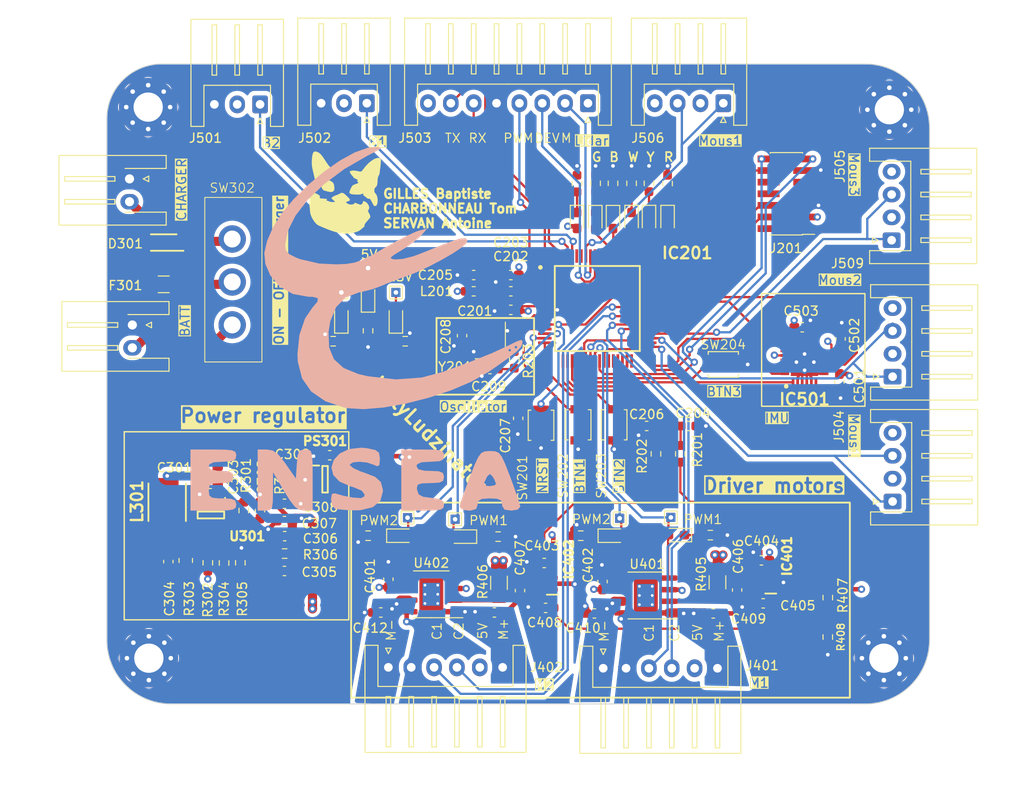
<source format=kicad_pcb>
(kicad_pcb (version 20221018) (generator pcbnew)
  (layers (0 "F.Cu" signal) (1 "In1.Cu" signal) (2 "In2.Cu" signal) (31 "B.Cu" signal) (34 "B.Paste" user) (35 "F.Paste" user) (36 "B.SilkS" user "B.Silkscreen") (37 "F.SilkS" user "F.Silkscreen") (38 "B.Mask" user) (39 "F.Mask" user) (44 "Edge.Cuts" user))
  (net 0 "")
  (net 1 "GND")
  (net 2 "Net-(Alim_batterie301-Pin_2)")
  (net 3 "Net-(Alim_charger301-Pin_2)")
  (net 4 "+BATT")
  (net 5 "/STM32G070RBT6/NRST")
  (net 6 "/STM32G070RBT6/OSC_IN")
  (net 7 "+3.3V")
  (net 8 "Net-(IC201-PA0)")
  (net 9 "/STM32G070RBT6/VREF")
  (net 10 "Net-(IC201-PA1)")
  (net 11 "+5V")
  (net 12 "Net-(C305-Pad1)")
  (net 13 "Net-(U301-SW)")
  (net 14 "Net-(C304-Pad2)")
  (net 15 "Net-(U301-VCC)")
  (net 16 "/Drivers_moteurs/REF")
  (net 17 "Net-(IC501-REGOUT)")
  (net 18 "Net-(D201-K)")
  (net 19 "Net-(D202-K)")
  (net 20 "/STM32G070RBT6/RED")
  (net 21 "Net-(D203-K)")
  (net 22 "/STM32G070RBT6/YELLOW")
  (net 23 "Net-(D204-K)")
  (net 24 "/STM32G070RBT6/BLUE")
  (net 25 "Net-(D205-K)")
  (net 26 "/STM32G070RBT6/WHITE")
  (net 27 "Net-(D206-K)")
  (net 28 "/STM32G070RBT6/GREEN")
  (net 29 "Net-(D301-A1)")
  (net 30 "LIDAR_RX")
  (net 31 "LIDAR_PWM")
  (net 35 "/STM32G070RBT6/OSC_OUT")
  (net 36 "/STM32G070RBT6/BUTTON_1")
  (net 37 "PWM_MOT2_CH1")
  (net 38 "PWM_MOT2_CH2")
  (net 39 "/STM32G070RBT6/BUTTON_2")
  (net 40 "SPI1_MOSI")
  (net 42 "/STM32G070RBT6/BUTTON_3")
  (net 43 "SPI1_SCK")
  (net 44 "PWM_MOT1_CH1")
  (net 45 "PWM_MOT1_CH2")
  (net 46 "/STM32G070RBT6/TX")
  (net 47 "/STM32G070RBT6/RX")
  (net 54 "Moustache_1")
  (net 55 "Moustache_2")
  (net 56 "Moustache_3")
  (net 57 "Codeur1_PH1")
  (net 58 "Codeur1_PH2")
  (net 59 "Codeur2_PH1")
  (net 60 "Codeur2_PH2")
  (net 63 "SPI1_CS")
  (net 64 "SPI1_MISO")
  (net 66 "/STM32G070RBT6/SWDIO")
  (net 67 "/STM32G070RBT6/SWCLK")
  (net 71 "Net-(D401-K)")
  (net 73 "LIDAR_DEV")
  (net 74 "LIDAR_M")
  (net 77 "Bordure_1")
  (net 78 "Bordure_2")
  (net 79 "LIDAR_TX")
  (net 80 "ADC_1")
  (net 81 "ADC_2")
  (net 86 "/Drivers_moteurs/Motor1-")
  (net 87 "/Drivers_moteurs/Motor1+")
  (net 88 "/Drivers_moteurs/Motor2+")
  (net 89 "/Drivers_moteurs/Motor2-")
  (net 95 "Moustache_4")
  (net 96 "Net-(PS301-EN)")
  (net 98 "Net-(U301-BST)")
  (net 99 "Net-(U301-FB)")
  (net 100 "Net-(U301-EN{slash}SYNC)")
  (net 101 "Net-(U301-PG)")
  (net 102 "Net-(D402-K)")
  (net 103 "Net-(D403-K)")
  (net 104 "Net-(D404-K)")
  (net 105 "Net-(SW302-B)")
  (net 108 "/Drivers_moteurs/M1_VM")
  (net 109 "/Drivers_moteurs/In_2-")
  (footprint "Connector_JST:JST_XH_S4B-XH-A_1x04_P2.50mm_Horizontal" (layer "F.Cu") (at 212.958 85.859 90)
    (fp_text reference "J504")
    (fp_text value "Conn_01x04" hide)
  )
  (footprint "Resistor_SMD:R_0603_1608Metric_Pad0.98x0.95mm_HandSolder" (layer "F.Cu") (at 188.341 51.0775 90)
    (fp_text reference "R205" hide)
    (fp_text value "3.3k" hide)
  )
  (footprint "Capacitor_SMD:C_0603_1608Metric_Pad1.08x0.95mm_HandSolder" (layer "F.Cu") (at 146.431 86.106)
    (fp_text reference "C308")
    (fp_text value "1uF" hide)
  )
  (footprint "LED_SMD:LED_0603_1608Metric_Pad1.05x0.95mm_HandSolder" (layer "F.Cu") (at 184.404 55.118 -90)
    (fp_text reference "D205" hide)
    (fp_text value "WHITE" hide)
  )
  (footprint "Library:beluga" (layer "F.Cu") (at 152.748914 51.993965)
    (fp_text reference "G***" hide)
    (fp_text value "LOGO" hide)
  )
  (footprint "Capacitor_SMD:C_0603_1608Metric_Pad1.08x0.95mm_HandSolder" (layer "F.Cu") (at 157.8 94.361 90)
    (fp_text reference "C401")
    (fp_text value "1uF" hide)
  )
  (footprint "Resistor_SMD:R_0603_1608Metric_Pad0.98x0.95mm_HandSolder" (layer "F.Cu") (at 187.071 80.645 -90)
    (fp_text reference "R202")
    (fp_text value "10k" hide)
  )
  (footprint "Package_SO:SOIC-8-1EP_3.9x4.9mm_P1.27mm_EP2.62x3.51mm_ThermalVias" (layer "F.Cu") (at 185.961 96.139 180)
    (fp_text reference "U401")
    (fp_text value "ZXBM5210-S" hide)
  )
  (footprint "Resistor_SMD:R_0805_2012Metric_Pad1.20x1.40mm_HandSolder" (layer "F.Cu") (at 135.636 92.3055 -90)
    (fp_text reference "R303")
    (fp_text value "20" hide)
  )
  (footprint "TestPoint:TestPoint_THTPad_1.0x1.0mm_Drill0.5mm" (layer "F.Cu") (at 158.623 62.992)
    (fp_text reference "REF**" hide)
    (fp_text value "TestPoint_THTPad_1.0x1.0mm_Drill0.5mm" hide)
  )
  (footprint "MountingHole:MountingHole_3.2mm_M3_Pad_Via" (layer "F.Cu") (at 212.6 43)
    (fp_text reference "REFe" hide)
    (fp_text value "MountingHole_3.2mm_M3_Pad_Via" hide)
  )
  (footprint "Capacitor_SMD:C_0603_1608Metric_Pad1.08x0.95mm_HandSolder" (layer "F.Cu") (at 146.4285 87.9975 180)
    (fp_text reference "C307")
    (fp_text value "22uF" hide)
  )
  (footprint "Capacitor_SMD:C_0603_1608Metric_Pad1.08x0.95mm_HandSolder" (layer "F.Cu") (at 181.229 94.615 90)
    (fp_text reference "C402")
    (fp_text value "1uF" hide)
  )
  (footprint "Resistor_SMD:R_0603_1608Metric_Pad0.98x0.95mm_HandSolder" (layer "F.Cu") (at 141.605 92.5595 -90)
    (fp_text reference "R305")
    (fp_text value "7.36k" hide)
  )
  (footprint "Capacitor_SMD:C_0603_1608Metric_Pad1.08x0.95mm_HandSolder" (layer "F.Cu") (at 133.731 92.4325 -90)
    (fp_text reference "C304")
    (fp_text value "0.1uF" hide)
  )
  (footprint "Capacitor_SMD:C_0603_1608Metric_Pad1.08x0.95mm_HandSolder" (layer "F.Cu") (at 186.055 77.597)
    (fp_text reference "C206")
    (fp_text value "5pF" hide)
  )
  (footprint "Resistor_SMD:R_0603_1608Metric_Pad0.98x0.95mm_HandSolder" (layer "F.Cu") (at 178.844 89.6 180)
    (fp_text reference "R402" hide)
    (fp_text value "390R" hide)
  )
  (footprint "Capacitor_SMD:C_0603_1608Metric_Pad1.08x0.95mm_HandSolder" (layer "F.Cu") (at 198.8 97 180)
    (fp_text reference "C405")
    (fp_text value "100nF" hide)
  )
  (footprint "Library:SOT95P280X145-5N" (layer "F.Cu") (at 150.8735 83.4255)
    (fp_text reference "PS301")
    (fp_text value "MIC5317-3.3YM5-TR" hide)
  )
  (footprint "Connector_JST:JST_XH_S2B-XH-A-1_1x02_P2.50mm_Horizontal" (layer "F.Cu") (at 129.485 50.566 -90)
    (fp_text reference "Alim_charger301" hide)
    (fp_text value "Conn_01x02" hide)
  )
  (footprint "TestPoint:TestPoint_THTPad_1.0x1.0mm_Drill0.5mm" (layer "F.Cu") (at 165.1 87.8)
    (fp_text reference "REF**" hide)
    (fp_text value "TestPoint_THTPad_1.0x1.0mm_Drill0.5mm" hide)
  )
  (footprint "Capacitor_SMD:C_0603_1608Metric_Pad1.08x0.95mm_HandSolder" (layer "F.Cu") (at 180.3375 98.1 180)
    (fp_text reference "C410")
    (fp_text value "1uF" hide)
  )
  (footprint "Button_Switch_SMD:SW_SPST_B3U-1000P" (layer "F.Cu") (at 178.562 77.47 -90)
    (fp_text reference "SW202")
    (fp_text value "SW_Push" hide)
  )
  (footprint "Connector_JST:JST_XH_S3B-XH-A_1x03_P2.50mm_Horizontal" (layer "F.Cu") (at 155.448 42.291 180)
    (fp_text reference "J502")
    (fp_text value "Conn_01x03" hide)
  )
  (footprint "Resistor_SMD:R_0603_1608Metric_Pad0.98x0.95mm_HandSolder" (layer "F.Cu") (at 139.827 92.583 -90)
    (fp_text reference "R304")
    (fp_text value "16k" hide)
  )
  (footprint "Resistor_SMD:R_1206_3216Metric_Pad1.30x1.75mm_HandSolder" (layer "F.Cu") (at 169.9 94.75 -90)
    (fp_text reference "R406")
    (fp_text value "0.015" hide)
  )
  (footprint "Capacitor_SMD:C_0603_1608Metric_Pad1.08x0.95mm_HandSolder" (layer "F.Cu") (at 190.627 77.597 180)
    (fp_text reference "C204")
    (fp_text value "5pF" hide)
  )
  (footprint "Capacitor_SMD:C_0603_1608Metric_Pad1.08x0.95mm_HandSolder" (layer "F.Cu") (at 138.3005 83.9335 180)
    (fp_text reference "C303")
    (fp_text value "0.1uF" hide)
  )
  (footprint "Resistor_SMD:R_0603_1608Metric_Pad0.98x0.95mm_HandSolder" (layer "F.Cu") (at 155.575 67.183 -90)
    (fp_text reference "R404" hide)
    (fp_text value "390" hide)
  )
  (footprint "Library:IMU" (layer "F.Cu") (at 203.318 70.632 90)
    (fp_text reference "IC501")
    (fp_text value "IIM-20670" hide)
  )
  (footprint "MountingHole:MountingHole_3.2mm_M3_Pad_Via" (layer "F.Cu") (at 212 103)
    (fp_text reference "REF**" hide)
    (fp_text value "MountingHole_3.2mm_M3_Pad_Via" hide)
  )
  (footprint "Capacitor_SMD:C_0603_1608Metric_Pad1.08x0.95mm_HandSolder" (layer "F.Cu") (at 151.384 80.8 180)
    (fp_text reference "C309")
    (fp_text value "1uF" hide)
  )
  (footprint "Capacitor_SMD:C_0603_1608Metric_Pad1.08x0.95mm_HandSolder" (layer "F.Cu") (at 174.8525 92.583 180)
    (fp_text reference "C403")
    (fp_text value "100nF" hide)
  )
  (footprint "LED_SMD:LED_0603_1608Metric_Pad1.05x0.95mm_HandSolder" (layer "F.Cu") (at 152.654 65.786 90)
    (fp_text reference "D404" hide)
    (fp_text value "RED" hide)
  )
  (footprint "Resistor_SMD:R_0603_1608Metric_Pad0.98x0.95mm_HandSolder" (layer "F.Cu") (at 138.049 92.5595 -90)
    (fp_text reference "R302")
    (fp_text value "100k" hide)
  )
  (footprint "Capacitor_SMD:C_0603_1608Metric_Pad1.08x0.95mm_HandSolder" (layer "F.Cu") (at 175 97.5)
    (fp_text reference "C408")
    (fp_text value "100nF" hide)
  )
  (footprint "Connector_JST:JST_XH_S8B-XH-A_1x08_P2.50mm_Horizontal" (layer "F.Cu") (at 179.632 42.291 180)
    (fp_text reference "J503")
    (fp_text value "Conn_01x08" hide)
  )
  (footprint "Connector_JST:JST_XH_S2B-XH-A-1_1x02_P2.50mm_Horizontal" (layer "F.Cu") (at 129.794 66.548 -90)
    (fp_text reference "Alim_batterie301" hide)
    (fp_text value "Conn_01x02" hide)
  )
  (footprint "Library:SOT65P280X100-8N" (layer "F.Cu") (at 138.3865 87.3325 -90)
    (fp_text reference "U301")
    (fp_text value "MP1475DJ-LF-P" hide)
  )
  (footprint "Resistor_SMD:R_0603_1608Metric_Pad0.98x0.95mm_HandSolder" (layer "F.Cu") (at 205.867 96.3695 -90)
    (fp_text reference "R407")
    (fp_text value "100k" hide)
  )
  (footprint "Resistor_SMD:R_0603_1608Metric_Pad0.98x0.95mm_HandSolder" (layer "F.Cu") (at 189.738 80.645 -90)
    (fp_text reference "R201")
    (fp_text value "10k" hide)
  )
  (footprint "LED_SMD:LED_0603_1608Metric_Pad1.05x0.95mm_HandSolder" (layer "F.Cu") (at 182.372 55.132 -90)
    (fp_text reference "D204" hide)
    (fp_text value "BLUE" hide)
  )
  (footprint "Capacitor_SMD:C_0603_1608Metric_Pad1.08x0.95mm_HandSolder" (layer "F.Cu") (at 146.4315 93.4585)
    (fp_text reference "C305")
    (fp_text value "15pF" hide)
  )
  (footprint "Inductor_SMD:L_0603_1608Metric_Pad1.05x0.95mm_HandSolder" (layer "F.Cu") (at 167.132 62.865)
    (fp_text reference "L201")
    (fp_text value "6uH" hide)
  )
  (footprint "Capacitor_SMD:C_0603_1608Metric_Pad1.08x0.95mm_HandSolder" (layer "F.Cu") (at 172.2 95.6 -90)
    (fp_text reference "C407")
    (fp_text value "10uF" hide)
  )
  (footprint "Resistor_SMD:R_0603_1608Metric_Pad0.98x0.95mm_HandSolder" (layer "F.Cu") (at 171.577 70.358 90)
    (fp_text reference "R203")
    (fp_text value "10R" hide)
  )
  (footprint "MountingHole:MountingHole_3.2mm_M3_Pad_Via" (layer "F.Cu") (at 131.6 103)
    (fp_text reference "REF**" hide)
    (fp_text value "MountingHole_3.2mm_M3_Pad_Via" hide)
  )
  (footprint "Resistor_SMD:R_1206_3216Metric_Pad1.30x1.75mm_HandSolder" (layer "F.Cu") (at 193.8 94.7 -90)
    (fp_text reference "R405")
    (fp_text value "0.015" hide)
  )
  (footprint "Resistor_SMD:R_0603_1608Metric_Pad0.98x0.95mm_HandSolder" (layer "F.Cu") (at 147.4245 83.3595 90)
    (fp_text reference "R307")
    (fp_text value "100k" hide)
  )
  (footprint "Connector_JST:JST_XH_S4B-XH-A_1x04_P2.50mm_Horizontal" (layer "F.Cu") (at 212.852 57.277 90)
    (fp_text reference locked "J505")
    (fp_text value "Conn_01x04" hide)
  )
  (footprint "Resistor_SMD:R_0603_1608Metric_Pad0.98x0.95mm_HandSolder" (layer "F.Cu") (at 141.9835 86.8445 -90)
    (fp_text reference "R301")
    (fp_text value "100k" hide)
  )
  (footprint "Capacitor_SMD:C_0603_1608Metric_Pad1.08x0.95mm_HandSolder" (layer "F.Cu") (at 171.196 61.087 180)
    (fp_text reference "C203")
    (fp_text value "4.7uF" hide)
  )
  (footprint "Capacitor_SMD:C_0603_1608Metric_Pad1.08x0.95mm_HandSolder" (layer "F.Cu") (at 146.455 89.6485 180)
    (fp_text reference "C306")
    (fp_text value "22uF" hide)
  )
  (footprint "Connector_JST:JST_XH_S4B-XH-A_1x04_P2.50mm_Horizontal" (layer "F.Cu") (at 194.437 42.291 180)
    (fp_text reference "J506")
    (fp_text value "Conn_01x04" hide)
  )
  (footprint "Capacitor_SMD:C_0603_1608Metric_Pad1.08x0.95mm_HandSolder" (layer "F.Cu") (at 168.91 71.374)
    (fp_text reference "C209")
    (fp_text value "10pF" hide)
  )
  (footprint "TestPoint:TestPoint_THTPad_1.0x1.0mm_Drill0.5mm" (layer "F.Cu") (at 188.7 87.6)
    (fp_text reference "REF**" hide)
    (fp_text value "TestPoint_THTPad_1.0x1.0mm_Drill0.5mm" hide)
  )
  (footprint "Resistor_SMD:R_0603_1608Metric_Pad0.98x0.95mm_HandSolder" (layer "F.Cu") (at 184.404 51.054 90)
    (fp_text reference "R208" hide)
    (fp_text value "3.3k" hide)
  )
  (footprint "Package_SO:SOIC-8-1EP_3.9x4.9mm_P1.27mm_EP2.62x3.51mm_ThermalVias" (layer "F.Cu") (at 162.499 96.012 180)
    (fp_text reference "U402")
    (fp_text value "ZXBM5210-S" hide)
  )
  (footprint "Library:SOT65P210X110-6N" (layer "F.Cu") (at 174.785 94.85 180)
    (fp_text reference "IC402")
    (fp_text value "NCS199A2RSQT2G" hide)
  )
  (footprint "Capacitor_SMD:C_0603_1608Metric_Pad1.08x0.95mm_HandSolder" (layer "F.Cu") (at 172 76.7625 -90)
    (fp_text reference "C207")
    (fp_text value "100nF" hide)
  )
  (footprint "Button_Switch_SMD:SW_SPST_B3U-1000P" (layer "F.Cu") (at 194.437 70.866)
    (fp_text reference "SW204")
    (fp_text value "SW_Push" hide)
  )
  (footprint "Resistor_SMD:R_0603_1608Metric_Pad0.98x0.95mm_HandSolder" (layer "F.Cu") (at 182.372 51.054 90)
    (fp_text reference "R207" hide)
    (fp_text value "3.3k" hide)
  )
  (footprint "Capacitor_SMD:C_0603_1608Metric_Pad1.08x0.95mm_HandSolder" (layer "F.Cu") (at 171.196 64.897 180)
    (fp_text reference "C201")
    (fp_text value "100nF" hide)
  )
  (footprint "Resistor_SMD:R_0603_1608Metric_Pad0.98x0.95mm_HandSolder" (layer "F.Cu") (at 155.5875 89.6 180)
    (fp_text reference "R404" hide)
    (fp_text value "390R" hide)
  )
  (footprint "TestPoint:TestPoint_THTPad_1.0x1.0mm_Drill0.5mm" (layer "F.Cu") (at 155.575 60.325)
    (fp_text reference "REF**" hide)
    (fp_text value "TestPoint_THTPad_1.0x1.0mm_Drill0.5mm" hide)
  )
  (footprint "LED_SMD:LED_0603_1608Metric_Pad1.05x0.95mm_HandSolder" (layer "F.Cu") (at 165.8 89.7 180)
    (fp_text reference "D403" hide)
    (fp_text value "RED" hide)
  )
  (footprint "LED_SMD:LED_0603_1608Metric_Pad1.05x0.95mm_HandSolder" (layer "F.Cu") (at 189.31 89.535 180)
    (fp_text reference "D401" hide)
    (fp_text value "RED" hide)
  )
  (footprint "Crystal:Crystal_SMD_3225-4Pin_3.2x2.5mm" (layer "F.Cu") (at 168.949 68.242 90)
    (fp_text reference "Y201")
    (fp_text value "16MHz" hide)
  )
  (footprint "LED_SMD:LED_0603_1608Metric_Pad1.05x0.95mm_HandSolder" (layer "F.Cu") (at 159.2705 89.6)
    (fp_text reference "D404" hide)
    (fp_text value "RED" hide)
  )
  (footprint "Capacitor_SMD:C_0603_1608Metric_Pad1.08x0.95mm_HandSolder" (layer "F.Cu") (at 203.073 66.802 180)
    (fp_text reference "C503")
    (fp_text value "100nF" hide)
  )
  (footprint "Capacitor_SMD:C_0603_1608Metric_Pad1.08x0.95mm_HandSolder" (layer "F.Cu") (at 165.862 67.7175 -90)
    (fp_text reference "C208")
    (fp_text value "10pF" hide)
  )
  (footprint "Resistor_SMD:R_0603_1608Metric_Pad0.98x0.95mm_HandSolder" (layer "F.Cu") (at 169.803 89.7)
    (fp_text reference "R403" hide)
    (fp_text value "390R" hide)
  )
  (footprint "Connector_JST:JST_XH_S6B-XH-A_1x06_P2.50mm_Horizontal" (layer "F.Cu") (at 157.8 104)
    (fp_text reference "J402")
    (fp_text value "Conn_01x06" hide)
  )
  (footprint "Capacitor_SMD:C_0603_1608Metric_Pad1.08x0.95mm_HandSolder" (layer "F.Cu") (at 156.972 98 180)
    (fp_text reference "C412")
    (fp_text value "1uF" hide)
  )
  (footprint "Capacitor_SMD:C_0603_1608Metric_Pad1.08x0.95mm_HandSolder" (layer "F.Cu") (at 169.4 98)
    (fp_text reference "C411" hide)
    (fp_text value "1uF" hide)
  )
  (footprint "Capacitor_SMD:C_0603_1608Metric_Pad1.08x0.95mm_HandSolder" (layer "F.Cu") (at 171.196 62.865 180)
    (fp_text reference "C202")
    (fp_text value "100nF" hide)
  )
  (footprint "Capacitor_SMD:C_0603_1608Metric_Pad1.08x0.95mm_HandSolder" (layer "F.Cu") (at 138.303 82.0285 180)
    (fp_text reference "C301")
    (fp_text value "22uF" hide)
  )
  (footprint "LED_SMD:LED_0603_1608Metric_Pad1.05x0.95mm_HandSolder" (layer "F.Cu") (at 186.309 55.118 -90)
    (fp_text reference "D203" hide)
    (fp_text value "Yellow" hide)
  )
  (footprint "Library:logo_ensea" (layer "F.Cu") (at 152.527 66.802)
    (fp_text reference "G***" hide)
    (fp_text value "LOGO" hide)
  )
  (footprint "Capacitor_SMD:C_0603_1608Metric_Pad1.08x0.95mm_HandSolder" (layer "F.Cu") (at 207.137 72.771 90)
    (fp_text reference "C501")
    (fp_text value "10nF" hide)
  )
  (footprint "Resistor_SMD:R_0603_1608Metric_Pad0.98x0.95mm_HandSolder" (layer "F.Cu") (at 146.455 91.5535)
    (fp_text reference "R306")
    (fp_text value "40.2k" hide)
  )
  (footprint "TestPoint:TestPoint_THTPad_1.0x1.0mm_Drill0.5mm" (layer "F.Cu") (at 159.893 87.63)
    (fp_text reference "REF**" hide)
    (fp_text value "TestPoint_THTPad_1.0x1.0mm_Drill0.5mm" hide)
  )
  (footprint "Resistor_SMD:R_0603_1608Metric_Pad0.98x0.95mm_HandSolder" (layer "F.Cu") (at 193.0165 89.535)
    (fp_text reference "R401" hide)
    (fp_text value "390R" hide)
  )
  (footprint "Connector_JST:JST_XH_S4B-XH-A_1x04_P2.50mm_Horizontal" (layer "F.Cu") (at 212.958 72.203 90)
    (fp_text reference "J509")
    (fp_text value "Conn_01x04" hide)
  )
  (footprint "Library:SOT65P210X110-6N" (layer "F.Cu") (at 198.677 94.727 180)
    (fp_text reference "IC401")
    (fp_text value "NCS199A2RSQT2G" hide)
  )
  (footprint "Button_Switch_SMD:SW_SPST_B3U-1000P" (layer "F.Cu") (at 174.498 77.519 -90)
    (fp_text reference "SW201")
    (fp_text value "SW_Push" hide)
  )
  (footprint "Resistor_SMD:R_0603_1608Metric_Pad0.98x0.95mm_HandSolder" (layer "F.Cu") (at 151.765 68.326 180)
    (fp_text reference "R404" hide)
    (fp_text value "390" hide)
  )
  (footprint "Resistor_SMD:R_0603_1608Metric_Pad0.98x0.95mm_HandSolder" (layer "F.Cu") (at 178.435 51.0775 90)
    (fp_text reference "R204" hide)
    (fp_text value "3.3k" hide)
  )
  (footprint "Library:INDPM4141X210N" (layer "F.Cu") (at 133.6015 85.9395 90)
    (fp_text reference "L301")
    (fp_text value "4.7uH" hide)
  )
  (footprint "Connector_JST:JST_XH_S3B-XH-A_1x03_P2.50mm_Horizontal" (layer "F.Cu") (at 143.764 42.418 180)
    (fp_text reference "J501")
    (fp_text value "Conn_01x03" hide)
  )
  (footprint "Resistor_SMD:R_0603_1608Metric_Pad0.98x0.95mm_HandSolder" (layer "F.Cu") (at 205.867 100.6875 -90)
    (fp_text reference "R408")
    (fp_text value "100k" hide)
  )
  (footprint "Capacitor_SMD:C_0603_1608Metric_Pad1.08x0.95mm_HandSolder" (layer "F.Cu") (at 143.7615 86.8545 -90)
    (fp_text reference "C302")
    (fp_text value "0.1uF" hide)
  )
  (footprint "TestPoint:TestPoint_THTPad_1.0x1.0mm_Drill0.5mm" (layer "F.Cu") (at 183.1 87.7)
    (fp_text reference "REF**" hide)
    (fp_text value "TestPoint_THTPad_1.0x1.0mm_Drill0.5mm" hide)
  )
  (footprint "Capacitor_SMD:C_0603_1608Metric_Pad1.08x0.95mm_HandSolder" (layer "F.Cu") (at 193.3375 98.1)
    (fp_text reference "C409")
    (fp_text value "1uF" hide)
  )
  (footprint "Library:SODFL3718X108N" (layer "F.Cu") (at 133.223 57.531 180)
    (fp_text reference "D301")
    (fp_text value "1.5KExxA" hide)
  )
  (footprint "TestPoint:TestPoint_THTPad_1.0x1.0mm_Drill0.5mm" (layer "F.Cu") (at 152.654 62.992)
    (fp_text reference "REF**" hide)
    (fp_text value "TestPoint_THTPad_1.0x1.0mm_Drill0.5mm" hide)
  )
  (footprint "Library:QFP50P1200X1200X160-64N" (layer "F.Cu") (at 180.654 64.747)
    (fp_text reference "IC201")
    (fp_text value "STM32G070RBT6" hide)
  )
  (footprint "LED_SMD:LED_0603_1608Metric_Pad1.05x0.95mm_HandSolder" (layer "F.Cu") (at 188.341 55.118 -90)
    (fp_text reference "D202" hide)
    (fp_text value "RED" hide)
  )
  (footprint "Capacitor_SMD:C_0603_1608Metric_Pad1.08x0.95mm_HandSolder" (layer "F.Cu") (at 167.132 61.087 180)
    (fp_text reference "C205")
    (fp_text value "100nF" hide)
  )
  (footprint "Capacitor_SMD:C_0603_1608Metric_Pad1.08x0.95mm_HandSolder" (layer "F.Cu") (at 207.264 68.072 -90)
    (fp_text reference "C502")
    (fp_text value "100nF" hide)
  )
  (footprint "LED_SMD:LED_0603_1608Metric_Pad1.05x0.95mm_HandSolder" (layer "F.Cu") (at 182.4 89.6)
    (fp_text reference "D402" hide)
    (fp_text value "RED" hide)
  )
  (footprint "Capacitor_SMD:C_0603_1608Metric_Pad1.08x0.95mm_HandSolder" (layer "F.Cu") (at 198.606 92.299 180)
    (fp_text reference "C404")
    (fp_text value "100nF" hide)
  )
  (footprint "LED_SMD:LED_0603_1608Metric_Pad1.05x0.95mm_HandSolder" (layer "F.Cu") (at 158.623 65.786 90)
    (fp_text reference "D404" hide)
    (fp_text value "RED" hide)
  )
  (footprint "Connector_PinHeader_1.27mm:PinHeader_2x07_P1.27mm_Vertical_SMD" (layer "F.Cu") (at 201.34 52.197 180)
    (fp_text reference "J201")
    (fp_text value "Conn_02x07_Odd_Even" hide)
  )
  (footprint "Resistor_SMD:R_0603_1608Metric_Pad0.98x0.95mm_HandSolder" (layer "F.Cu") (at 180.467 51.054 90)
    (fp_text reference "R209" hide)
    (fp_text value "3.3k" hide)
  )
  (footprint "Fuse:Fuse_1206_3216Metric" (layer "F.Cu") (at 133.223 62.103)
    (fp_text reference "F301")
    (fp_text value "Polyfuse" hide)
  )
  (footprint "Button_Switch_SMD:SW_SPST_B3U-1000P" (layer "F.Cu") (at 182.499 77.47 -90)
    (fp_text reference "SW203")
    (fp_text value "SW_Push" hide)
  )
  (footprint "Resistor_SMD:R_0603_1608Metric_Pad0.98x0.95mm_HandSolder" (layer "F.Cu") (at 159.639 68.326 180)
    (fp_text reference "R404" hide)
    (fp_text value "390" hide)
  )
  (footprint "Connector_JST:JST_XH_S6B-XH-A_1x06_P2.50mm_Horizontal" (layer "F.Cu") (at 181.3 104.1)
    (fp_text reference "J401")
    (fp_text value "Conn_01x06" hide)
  )
  (footprint "LED_SMD:LED_0603_1608Metric_Pad1.05x0.95mm_HandSolder" (layer "F.Cu") (at 178.435 55.118 -90)
    (fp_text reference "D201" hide)
    (fp_text value "LED_ON" hide)
  )
  (footprint "Library:Switch-3" (layer "F.Cu") (at 140.718 61.845 90)
    (fp_text reference "SW302")
    (fp_text value "Switch" hide)
  )
  (footprint "LED_SMD:LED_0603_1608Metric_Pad1.05x0.95mm_HandSolder" (layer "F.Cu") (at 155.575 63.486 90)
    (fp_text reference "D404" hide)
    (fp_text value "RED" hide)
  )
  (footprint "Capacitor_SMD:C_0603_1608Metric_Pad1.08x0.95mm_HandSolder" (layer "F.Cu") (at 195.949 95.5375 -90)
    (fp_text reference "C406")
    (fp_text value "10uF" hide)
  )
  (footprint "Resistor_SMD:R_0603_1608Metric_Pad0.98x0.95mm_HandSolder" (layer "F.Cu") (at 186.309 51.054 90)
    (fp_text reference "R206" hide)
    (fp_text value "3.3k" hide)
  )
  (footprint "MountingHole:MountingHole_3.2mm_M3_Pad_Via" (layer "F.Cu") (at 131.525944 42.718056)
    (fp_text reference "REF**" hide)
    (fp_text value "MountingHole_3.2mm_M3_Pad_Via" hide)
  )
  (footprint "LED_SMD:LED_0603_1608Metric_Pad1.05x0.95mm_HandSolder" (layer "F.Cu") (at 180.434 55.132 -90)
    (fp_text reference "D206" hide)
    (fp_text value "GREEN" hide)
  )
  (gr_rect (start 198.628 63.119) (end 209.931 75.438) (stroke (width 0.15)) (fill none) (layer "F.SilkS"))
  (gr_rect (start 153.724 85.979) (end 208.28 107.315) (stroke (width 0.2)) (fill none) (layer "F.SilkS"))
  (gr_rect (start 128.905 78.232) (end 153.47 98.806) (stroke (width 0.15)) (fill none) (layer "F.SilkS"))
  (gr_rect (start 163.068 65.786) (end 173.736 74.168) (stroke (width 0.2)) (fill none) (layer "F.SilkS"))
  (gr_arc (start 127 44) (mid 128.757359 39.757359) (end 133 38) (stroke (width 0.1)) (layer "Edge.Cuts"))
  (gr_line (start 217 45) (end 217 101) (stroke (width 0.1)) (layer "Edge.Cuts"))
  (gr_line (start 127 48) (end 127 44) (stroke (width 0.1)) (layer "Edge.Cuts"))
  (gr_arc (start 217 101) (mid 214.949747 105.949747) (end 210 108) (stroke (width 0.1)) (layer "Edge.Cuts"))
  (gr_line (start 134 108) (end 210 108) (stroke (width 0.1)) (layer "Edge.Cuts"))
  (gr_line (start 127 48) (end 127 101) (stroke (width 0.1)) (layer "Edge.Cuts"))
  (gr_arc (start 134 108) (mid 129.050253 105.949747) (end 127 101) (stroke (width 0.1)) (layer "Edge.Cuts"))
  (gr_arc (start 210 38) (mid 214.949747 40.050253) (end 217 45) (stroke (width 0.1)) (layer "Edge.Cuts"))
  (gr_line (start 203 38) (end 210 38) (stroke (width 0.1)) (layer "Edge.Cuts"))
  (gr_line (start 133 38) (end 136 38) (stroke (width 0.1)) (layer "Edge.Cuts"))
  (gr_line (start 136 38) (end 203 38) (stroke (width 0.1)) (layer "Edge.Cuts"))
  (gr_text "C1" (at 186.9 101.3 90) (layer "F.SilkS") (effects (font (size 1 1) (thickness 0.125) bold) (justify left bottom)))
  (gr_text "R" (at 187.833 48.768) (layer "F.SilkS") (effects (font (size 1 1) (thickness 0.1875)) (justify left bottom)))
  (gr_text "Oscillator\n" (at 163.322 76.073) (layer "F.SilkS" knockout) (effects (font (size 1 1)) (justify left bottom)))
  (gr_text "5V\n" (at 192.2 101.2 90) (layer "F.SilkS") (effects (font (size 1 1) (thickness 0.125) bold) (justify left bottom)))
  (gr_text "CHARGER" (at 135.763 55.245 90) (layer "F.SilkS" knockout) (effects (font (size 1 1)) (justify left bottom)))
  (gr_text "Driver motors\n" (at 192.1 85) (layer "F.SilkS" knockout) (effects (font (size 1.5 1.5) (thickness 0.3) bold) (justify left bottom)))
  (gr_text "M2\n" (at 173.7 106.5) (layer "F.SilkS" knockout) (effects (font (size 1 1)) (justify left bottom)))
  (gr_text "G" (at 179.959 48.768) (layer "F.SilkS") (effects (font (size 1 1) (thickness 0.1875)) (justify left bottom)))
  (gr_text "5V\n" (at 168.7 101 90) (layer "F.SilkS") (effects (font (size 1 1) (thickness 0.125) bold) (justify left bottom)))
  (gr_text "M-\n\n\n" (at 185.2 101.3 90) (layer "F.SilkS") (effects (font (size 1 1) (thickness 0.125)) (justify left bottom)))
  (gr_text "W" (at 183.896 48.768) (layer "F.SilkS") (effects (font (size 1 1) (thickness 0.1875)) (justify left bottom)))
  (gr_text "M1" (at 197.2 106.3) (layer "F.SilkS" knockout) (effects (font (size 1 1)) (justify left bottom)))
  (gr_text "KittyLudzinator" (at 155.575 73.025 315) (layer "F.SilkS") (effects (font (size 1.5 1.5) (thickness 0.3) bold) (justify left bottom)))
  (gr_text "C1" (at 163.7 101.1 90) (layer "F.SilkS") (effects (font (size 1 1) (thickness 0.125) bold) (justify left bottom)))
  (gr_text "BATT" (at 136.144 67.945 90) (layer "F.SilkS" knockout) (effects (font (size 1 1)) (justify left bottom)))
  (gr_text "B2\n" (at 143.891 47.244) (layer "F.SilkS" knockout) (effects (font (size 1 1)) (justify left bottom)))
  (gr_text "M+\n\n\n\n" (at 199.4 101.3 90) (layer "F.SilkS") (effects (font (size 1 1) (thickness 0.125)) (justify left bottom)))
  (gr_text "Power regulator\n" (at 134.874 77.343) (layer "F.SilkS" knockout) (effects (font (size 1.5 1.5) (thickness 0.3) bold) (justify left bottom)))
  (gr_text "NRST" (at 175.26 85.09 90) (layer "F.SilkS" knockout) (effects (font (size 1 1)) (justify left bottom)))
  (gr_text "Mous1" (at 208.153 76.2 -90) (layer "F.SilkS" knockout) (effects (font (size 1 1)) (justify left bottom)))
  (gr_text "Lidar" (at 178.054 46.99) (layer "F.SilkS" knockout) (effects (font (size 1 1)) (justify left bottom)))
  (gr_text "C2\n" (at 189.7 101.3 90) (layer "F.SilkS") (effects (font (size 1 1) (thickness 0.125) bold) (justify left bottom)))
  (gr_text "PWM1\n" (at 166.563 88.519) (layer "F.SilkS") (effects (font (size 1 1) (thickness 0.125) bold) (justify left bottom)))
  (gr_text "C2\n" (at 166.1 101.1 90) (layer "F.SilkS") (effects (font (size 1 1) (thickness 0.125) bold) (justify left bottom)))
  (gr_text "Mous2" (at 204.724 62.23) (layer "F.SilkS" knockout) (effects (font (size 1 1)) (justify left bottom)))
  (gr_text "ON - OFF - Charger" (at 146.431 68.834 90) (layer "F.SilkS" knockout) (effects (font (size 1 1) (thickness 0.2) bold) (justify left bottom)))
  (gr_text "PWM2" (at 154.559 88.519) (layer "F.SilkS") (effects (font (size 1 1) (thickness 0.125) bold) (justify left bottom)))
  (gr_text "PWM2" (at 177.8 88.392) (layer "F.SilkS") (effects (font (size 1 1) (thickness 0.125) bold) (justify left bottom)))
  (gr_text "PWM1\n" (at 190 88.4) (layer "F.SilkS") (effects (font (size 1 1) (thickness 0.125) bold) (justify left bottom)))
  (gr_text "GILLES Baptiste\nCHARBONNEAU Tom\nSERVAN Antoine" (at 157.099 56.007) (layer "F.SilkS") (effects (font (size 1 1) (thickness 0.25) bold) (justify left bottom)))
  (gr_text "Mous3" (at 208.153 47.625 270) (layer "F.SilkS" knockout) (effects (font (size 1 1)) (justify left bottom)))
  (gr_text "Batt" (at 151.003 61.849) (layer "F.SilkS") (effects (font (size 1 1)) (justify left bottom)))
  (gr_text "M-\n\n\n" (at 161.9 101.2 90) (layer "F.SilkS") (effects (font (size 1 1) (thickness 0.125)) (justify left bottom)))
  (gr_text "Y" (at 185.928 48.768) (layer "F.SilkS") (effects (font (size 1 1) (thickness 0.1875)) (justify left bottom)))
  (gr_text "M+\n\n\n\n" (at 175.8 101.1 90) (layer "F.SilkS") (effects (font (size 1 1) (thickness 0.125)) (justify left bottom)))
  (gr_text "M" (at 176.6 46.7) (layer "F.SilkS") (effects (font (size 1 1) (thickness 0.125)) (justify left bottom)))
  (gr_text "B" (at 181.864 48.768) (layer "F.SilkS") (effects (font (size 1 1) (thickness 0.1875)) (justify left bottom)))
  (gr_text "BTN2" (at 183.642 85.09 90) (layer "F.SilkS" knockout) (effects (font (size 1 1)) (justify left bottom)))
  (gr_text "5V\n" (at 154.686 59.436) (layer "F.SilkS") (effects (font (size 1 1)) (justify left bottom)))
  (gr_text "3.3V" (at 157.099 61.849) (layer "F.SilkS") (effects (font (size 1 1)) (justify left bottom)))
  (gr_text "IMU\n" (at 198.882 77.343) (layer "F.SilkS" knockout) (effects (font (size 1 1)) (justify left bottom)))
  (gr_text "B1" (at 155.575 47.117) (layer "F.SilkS" knockout) (effects (font (size 1 1)) (justify left bottom)))
  (gr_text "BTN3" (at 192.532 74.422) (layer "F.SilkS" knockout) (effects (font (size 1 1)) (justify left bottom)))
  (gr_text "TX" (at 163.9 46.7) (layer "F.SilkS") (effects (font (size 1 1) (thickness 0.125)) (justify left bottom)))
  (gr_text "DEV" (at 173.7 46.7) (layer "F.SilkS") (effects (font (size 1 1) (thickness 0.125)) (justify left bottom)))
  (gr_text "BTN1" (at 179.324 85.09 90) (layer "F.SilkS" knockout) (effects (font (size 1 1)) (justify left bottom)))
  (gr_text "Mous1" (at 191.643 46.99) (layer "F.SilkS" knockout) (effects (font (size 1 1)) (justify left bottom)))
  (gr_text "RX" (at 166.5 46.7) (layer "F.SilkS") (effects (font (size 1 1) (thickness 0.125)) (justify left bottom)))
  (gr_text "PWM\n" (at 170.3 46.7) (layer "F.SilkS") (effects (font (size 1 1) (thickness 0.125)) (justify left bottom)))
  (segment (start 171.958 78.486) (end 171.958 77.4435) (width 0.5) (layer "F.Cu") (net 1))
  (segment (start 203.708 71.882) (end 203.327 71.501) (width 0.25) (layer "F.Cu") (net 1))
  (segment (start 143.764 85.9895) (end 143.7615 85.992) (width 0.5) (layer "F.Cu") (net 1))
  (segment (start 137.3865 85.3055) (end 137.1575 85.0765) (width 0.5) (layer "F.Cu") (net 1))
  (segment (start 197.104 70.866) (end 196.137 70.866) (width 0.5) (layer "F.Cu") (net 1))
  (segment (start 203.568 71.742) (end 203.327 71.501) (width 0.25) (layer "F.Cu") (net 1))
  (segment (start 144.653 88.9) (end 144.844 88.9) (width 0.5) (layer "F.Cu") (net 1))
  (segment (start 173.2 97.5) (end 173.1 97.4) (width 0.5) (layer "F.Cu") (net 1))
  (segment (start 141.732 90.932) (end 141.732 91.52) (width 0.5) (layer "F.Cu") (net 1))
  (segment (start 141.732 91.52) (end 141.605 91.647) (width 0.5) (layer "F.Cu") (net 1))
  (segment (start 202.568 72.26) (end 203.327 71.501) (width 0.25) (layer "F.Cu") (net 1))
  (segment (start 203.568 69.482) (end 203.327 69.723) (width 0.25) (layer "F.Cu") (net 1))
  (segment (start 172.51 97.4) (end 172.024 96.914) (width 0.5) (layer "F.Cu") (net 1))
  (segment (start 165.354 61.087) (end 166.2695 61.087) (width 0.5) (layer "F.Cu") (net 1))
  (segment (start 159.799 98.999) (end 159.799 97.917) (width 0.5) (layer "F.Cu") (net 1))
  (segment (start 160.147 67.9215) (end 160.5515 68.326) (width 0.5) (layer "F.Cu") (net 1))
  (segment (start 159.8 99) (end 159.799 98.999) (width 0.5) (layer "F.Cu") (net 1))
  (segment (start 150.8525 67.5875) (end 150.8525 68.326) (width 0.5) (layer "F.Cu") (net 1))
  (segment (start 137.3865 85.3055) (end 137.3865 86.0325) (width 0.5) (layer "F.Cu") (net 1))
  (segment (start 170.2065 65.024) (end 170.3335 64.897) (width 0.5) (layer "F.Cu") (net 1))
  (segment (start 185.1925 78.5865) (end 185.166 78.613) (width 0.5) (layer "F.Cu") (net 1))
  (segment (start 181.158 93.6815) (end 181.229 93.7525) (width 0.5) (layer "F.Cu") (net 1))
  (segment (start 203.568 72.782) (end 203.568 71.742) (width 0.25) (layer "F.Cu") (net 1))
  (segment (start 144.844 88.9) (end 145.5925 89.6485) (width 0.5) (layer "F.Cu") (net 1))
  (segment (start 201.019 94.712) (end 201.004 94.727) (width 0.5) (layer "F.Cu") (net 1))
  (segment (start 164.973 68.834) (end 165.608 68.834) (width 0.5) (layer "F.Cu") (net 1))
  (segment (start 203.068 68.482) (end 203.068 69.464) (width 0.25) (layer "F.Cu") (net 1))
  (segment (start 204.851 49.657) (end 203.29 49.657) (width 0.5) (layer "F.Cu") (net 1))
  (segment (start 170.6625 98) (end 172.2 96.4625) (width 0.5) (layer "F.Cu") (net 1))
  (segment (start 179.3 97.3) (end 179.536 97.536) (width 0.5) (layer "F.Cu") (net 1))
  (segment (start 169.545 61.849) (end 169.545 62.0765) (width 0.5) (layer "F.Cu") (net 1))
  (segment (start 182.499 79.17) (end 182.499 80.137) (width 0.5) (layer "F.Cu") (net 1))
  (segment (start 149.606 80.899) (end 150.5215 80.899) (width 0.5) (layer "F.Cu") (net 1))
  (segment (start 202.168 70.882) (end 202.438 70.612) (width 0.25) (layer "F.Cu") (net 1))
  (segment (start 202.568 72.782) (end 202.568 72.26) (width 0.25) (layer "F.Cu") (net 1))
  (segment (start 155.2 98) (end 156.1095 98) (width 0.5) (layer "F.Cu") (net 1))
  (segment (start 188.341 49.149) (end 188.341 50.165) (width 0.5) (layer "F.Cu") (net 1))
  (segment (start 191.4895 77.597) (end 192.532 77.597) (width 0.5) (layer "F.Cu") (net 1))
  (segment (start 178.562 79.17) (end 178.562 80.137) (width 0.5) (layer "F.Cu") (net 1))
  (segment (start 186.309 49.149) (end 186.309 50.1415) (width 0.5) (layer "F.Cu") (net 1))
  (segment (start 204.851 53.467) (end 203.29 53.467) (width 0.5) (layer "F.Cu") (net 1))
  (segment (start 170.7155 89.7) (end 171.708 89.7) (width 0.5) (layer "F.Cu") (net 1))
  (segment (start 165.608 68.834) (end 165.862 68.58) (width 0.5) (layer "F.Cu") (net 1))
  (segment (start 204.068 72.242) (end 203.327 71.501) (width 0.25) (layer "F.Cu") (net 1))
  (segment (start 185.1925 77.597) (end 185.1925 78.5865) (width 0.5) (layer "F.Cu") (net 1))
  (segment (start 178.2 94.9) (end 178.15 94.85) (width 0.5) (layer "F.Cu") (net 1))
  (segment (start 177.9315 88.8685) (end 178.4 88.4) (width 0.5) (layer "F.Cu") (net 1))
  (segment (start 170.2625 98) (end 170.6625 98) (width 0.5) (layer "F.Cu") (net 1))
  (segment (start 167.972 69.469) (end 168.099 69.342) (width 1) (layer "F.Cu") (net 1))
  (segment (start 195.8 98.1) (end 196.5 97.4) (width 0.5) (layer "F.Cu") (net 1))
  (segment (start 174.1155 92.583) (end 173.073 92.583) (width 0.5) (layer "F.Cu") (net 1))
  (segment (start 169.545 61.849) (end 169.5715 61.849) (width 0.5) (layer "F.Cu") (net 1))
  (segment (start 148.6945 83.4865) (end 149.5625 83.4865) (width 0.5) (layer "F.Cu") (net 1))
  (segment (start 205.867 102.616) (end 205.867 101.6) (width 0.5) (layer "F.Cu") (net 1))
  (segment (start 204.343 69.723) (end 204.684 69.382) (width 0.25) (layer "F.Cu") (net 1))
  (segment (start 143.764 85.09) (end 143.764 85.9895) (width 0.5) (layer "F.Cu") (net 1))
  (segment (start 195.949 96.849) (end 195.949 96.533) (width 0.5) (layer "F.Cu") (net 1))
  (segment (start 167.132 69.469) (end 167.972 69.469) (width 1) (layer "F.Cu") (net 1))
  (segment (start 178.435 49.149) (end 178.435 50.165) (width 0.5) (layer "F.Cu") (net 1))
  (segment (start 181.158 92.794) (end 181.158 93.6815) (width 0.5) (layer "F.Cu") (net 1))
  (segment (start 169.5715 61.849) (end 170.3335 61.087) (width 0.5) (layer "F.Cu") (net 1))
  (segment (start 207.137 73.6335) (end 207.137 74.422) (width 0.5) (layer "F.Cu") (net 1))
  (segment (start 203.327 69.723) (end 204.343 69.723) (width 0.25) (layer "F.Cu") (net 1))
  (segment (start 207.391 66.294) (end 207.391 67.0825) (width 0.5) (layer "F.Cu") (net 1))
  (segment (start 157.8 93.4985) (end 157.8 92.456) (width 0.5) (layer "F.Cu") (net 1))
  (segment (start 196.5 97.4) (end 195.949 96.849) (width 0.5) (layer "F.Cu") (net 1))
  (segment (start 184.404 49.149) (end 184.404 50.1415) (width 0.5) (layer "F.Cu") (net 1))
  (segment (start 160.147 67.437) (end 160.147 67.9215) (width 0.5) (layer "F.Cu") (net 1))
  (segment (start 173.1 97.4) (end 172.51 97.4) (width 0.5) (layer "F.Cu") (net 1))
  (segment (start 204.068 68.982) (end 203.327 69.723) (width 0.25) (layer "F.Cu") (net 1))
  (segment (start 205.468 71.882) (end 203.708 71.882) (width 0.25) (layer "F.Cu") (net 1))
  (segment (start 174.498 80.01) (end 174.498 79.121) (width 0.5) (layer "F.Cu") (net 1))
  (segment (start 183.261 98.7) (end 183.261 98.044) (width 0.5) (layer "F.Cu") (net 1))
  (segment (start 174.916 64.997) (end 176.176 64.997) (width 0.25) (layer "F.Cu") (net 1))
  (segment (start 204.068 72.782) (end 204.068 72.242) (width 0.25) (layer "F.Cu") (net 1))
  (segment (start 203.9355 66.0665) (end 203.962 66.04) (width 0.5) (layer "F.Cu") (net 1))
  (segment (start 170.815 67.183) (end 169.84 67.183) (width 0.5) (layer "F.Cu") (net 1))
  (segment (start 144.653 88.9) (end 144.6635 88.9) (width 0.5) (layer "F.Cu") (net 1))
  (segment (start 182.372 49.149) (end 182.372 50.1415) (width 0.5) (layer "F.Cu") (net 1))
  (segment (start 193.929 89.535) (end 194.884 89.535) (width 0.5) (layer "F.Cu") (net 1))
  (segment (start 196.5 97.4) (end 197.5375 97.4) (width 0.5) (layer "F.Cu") (net 1))
  (segment (start 201.168 70.882) (end 202.168 70.882) (width 0.25) (layer "F.Cu") (net 1))
  (segment (start 149.5625 83.4865) (end 149.6235 83.4255) (width 0.5) (layer "F.Cu") (net 1))
  (segment (start 174.1375 97.5) (end 173.2 97.5) (width 0.5) (layer "F.Cu") (net 1))
  (segment (start 204.684 69.382) (end 205.468 69.382) (width 0.25) (layer "F.Cu") (net 1))
  (segment (start 176.176 64.997) (end 176.276 64.897) (width 0.25) (layer "F.Cu") (net 1))
  (segment (start 150.876 67.564) (end 150.8525 67.5875) (width 0.5) (layer "F.Cu") (net 1))
  (segment (start 169.418 65.024) (end 170.2065 65.024) (width 0.5) (layer "F.Cu") (net 1))
  (segment (start 197.7435 92.299) (end 197.7435 91.4365) (width 0.5) (layer "F.Cu") (net 1))
  (segment (start 202.568 68.482) (end 202.568 68.964) (width 0.25) (layer "F.Cu") (net 1))
  (segment (start 203.9355 66.802) (end 203.9355 66.0665) (width 0.5) (layer "F.Cu") (net 1))
  (segment (start 202.568 68.964) (end 203.327 69.723) (width 0.25) (layer "F.Cu") (net 1))
  (segment (start 194.2 98.1) (end 195.8 98.1) (width 0.5) (layer "F.Cu") (net 1))
  (segment (start 137.3865 82.0825) (end 137.3865 85.3055) (width 0.5) (layer "F.Cu") (net 1))
  (segment (start 207.137 74.422) (end 207.264 74.549) (width 0.5) (layer "F.Cu") (net 1))
  (segment (start 178.15 94.85) (end 176.074949 94.85) (width 0.5) (layer "F.Cu") (net 1))
  (segment (start 169.84 67.183) (end 169.799 67.142) (width 0.5) (layer "F.Cu") (net 1))
  (segment (start 203.29 53.467) (end 203.29 52.197) (width 0.5) (layer "F.Cu") (net 1))
  (segment (start 168.021 71.4005) (end 168.0475 71.374) (width 1) (layer "F.Cu") (net 1))
  (segment (start 203.068 71.76) (end 203.327 71.501) (width 0.25) (layer "F.Cu") (net 1))
  (segment (start 144.6635 88.9) (end 145.566 87.9975) (width 0.5) (layer "F.Cu") (net 1))
  (segment (start 180.467 49.149) (end 180.467 50.1415) (width 0.5) (layer "F.Cu") (net 1))
  (segment (start 168.021 72.136) (end 168.021 71.4005) (width 1) (layer "F.Cu") (net 1))
  (segment (start 197.5375 97.4) (end 197.9375 97) (width 0.5) (layer "F.Cu") (net 1))
  (segment (start 174.3685 79.072) (end 174.371 79.0695) (width 0.25) (layer "F.Cu") (net 1))
  (segment (start 137.4405 82.0285) (end 137.3865 82.0825) (width 0.5) (layer "F.Cu") (net 1))
  (segment (start 204.068 68.482) (end 204.068 68.982) (width 0.25) (layer "F.Cu") (net 1))
  (segment (start 207.391 67.0825) (end 207.264 67.2095) (width 0.5) (layer "F.Cu") (net 1))
  (segment (start 173.073 92.583) (end 172.946 92.456) (width 0.5) (layer "F.Cu") (net 1))
  (segment (start 177.9315 89.6) (end 177.9315 88.8685) (width 0.5) (layer "F.Cu") (net 1))
  (segment (start 148.209 86.106) (end 147.2935 86.106) (width 0.5) (layer "F.Cu") (net 1))
  (segment (start 197.7435 91.4365) (end 197.717 91.41) (width 0.5) (layer "F.Cu") (net 1))
  (segment (start 203.068 72.782) (end 203.068 71.76) (width 0.25) (layer "F.Cu") (net 1))
  (segment (start 201.004 94.727) (end 199.829949 94.727) (width 0.5) (layer "F.Cu") (net 1))
  (segment (start 203.568 68.482) (end 203.568 69.482) (width 0.25) (layer "F.Cu") (net 1))
  (segment (start 169.545 62.0765) (end 170.3335 62.865) (width 0.5) (layer "F.Cu") (net 1))
  (segment (start 203.068 69.464) (end 203.327 69.723) (width 0.25) (layer "F.Cu") (net 1))
  (via (at 143.764 85.09) (size 0.8) (drill 0.4) (layers "F.Cu" "B.Cu") (net 1))
  (via (at 201.019 94.712) (size 0.8) (drill 0.4) (layers "F.Cu" "B.Cu") (net 1))
  (via (at 159.8 99) (size 0.8) (drill 0.4) (layers "F.Cu" "B.Cu") (net 1))
  (via (at 174.498 80.01) (size 0.8) (drill 0.4) (layers "F.Cu" "B.Cu") (net 1))
  (via (at 172.946 92.456) (size 0.8) (drill 0.4) (layers "F.Cu" "B.Cu") (net 1))
  (via (at 203.962 66.04) (size 0.8) (drill 0.4) (layers "F.Cu" "B.Cu") (net 1))
  (via (at 178.2 94.9) (size 0.8) (drill 0.4) (layers "F.Cu" "B.Cu") (net 1))
  (via (at 204.851 53.467) (size 0.8) (drill 0.4) (layers "F.Cu" "B.Cu") (net 1))
  (via (at 204.343 70.612) (size 0.8) (drill 0.4) (layers "F.Cu" "B.Cu") (net 1))
  (via (at 188.341 49.149) (size 0.8) (drill 0.4) (layers "F.Cu" "B.Cu") (net 1))
  (via (at 181.158 92.794) (size 0.8) (drill 0.4) (layers "F.Cu" "B.Cu") (net 1))
  (via (at 173.1 97.4) (size 0.8) (drill 0.4) (layers "F.Cu" "B.Cu") (net 1))
  (via (at 164.973 68.834) (size 0.8) (drill 0.4) (layers "F.Cu" "B.Cu") (net 1))
  (via (at 205.867 102.616) (size 0.8) (drill 0.4) (layers "F.Cu" "B.Cu") (net 1))
  (via (at 203.327 69.723) (size 0.8) (drill 0.4) (layers "F.Cu" "B.Cu") (net 1))
  (via (at 197.717 91.41) (size 0.8) (drill 0.4) (layers "F.Cu" "B.Cu") (net 1))
  (via (at 207.391 66.294) (size 0.8) (drill 0.4) (layers "F.Cu" "B.Cu") (net 1))
  (via (at 184.404 49.149) (size 0.8) (drill 0.4) (layers "F.Cu" "B.Cu") (net 1))
  (via (at 167.132 69.469) (size 0.8) (drill 0.4) (layers "F.Cu" "B.Cu") (net 1))
  (via (at 148.6945 83.4865) (size 0.8) (drill 0.4) (layers "F.Cu" "B.Cu") (net 1))
  (via (at 155.2 98) (size 0.8) (drill 0.4) (layers "F.Cu" "B.Cu") (net 1))
  (via (at 137.1575 85.0765) (size 0.8) (drill 0.4) (layers "F.Cu" "B.Cu") (net 1))
  (via (at 196.5 97.4) (size 0.8) (drill 0.4) (layers "F.Cu" "B.Cu") (net 1))
  (via (at 141.732 90.932) (size 0.8) (drill 0.4) (layers "F.Cu" "B.Cu") (net 1))
  (via (at 194.884 89.535) (size 0.8) (drill 0.4) (layers "F.Cu" "B.Cu") (net 1))
  (via (at 160.147 67.437) (size 0.8) (drill 0.4) (layers "F.Cu" "B.Cu") (net 1))
  (via (at 180.467 49.149) (size 0.8) (drill 0.4) (layers "F.Cu" "B.Cu") (net 1))
  (via (at 157.8 92.456) (size 0.8) (drill 0.4) (layers "F.Cu" "B.Cu") (net 1))
  (via (at 154.4955 90.3) (size 0.8) (drill 0.4) (layers "F.Cu" "B.Cu") (net 1))
  (via (at 183.261 98.7) (size 0.8) (drill 0.4) (layers "F.Cu" "B.Cu") (net 1))
  (via (at 171.958 78.486) (size 0.8) (drill 0.4) (layers "F.Cu" "B.Cu") (net 1))
  (via (at 185.166 78.613) (size 0.8) (drill 0.4) (layers "F.Cu" "B.Cu") (net 1))
  (via (at 171.708 89.7) (size 0.8) (drill 0.4) (layers "F.Cu" "B.Cu") (net 1))
  (via (at 202.438 70.612) (size 0.8) (drill 0.4) (layers "F.Cu" "B.Cu") (net 1))
  (via (at 176.276 64.897) (size 0.8) (drill 0.4) (layers "F.Cu" "B.Cu") (net 1))
  (via (at 192.532 77.597) (size 0.8) (drill 0.4) (layers "F.Cu" "B.Cu") (net 1))
  (via (at 205.1 49.6) (size 0.8) (drill 0.4) (layers "F.Cu" "B.Cu") (net 1))
  (via (at 182.499 80.137) (size 0.8) (drill 0.4) (layers "F.Cu" "B.Cu") (net 1))
  (via (at 144.653 88.9) (size 0.8) (drill 0.4) (layers "F.Cu" "B.Cu") (net 1))
  (via (at 186.309 49.149) (size 0.8) (drill 0.4) (layers "F.Cu" "B.Cu") (net 1))
  (via (at 170.815 67.183) (size 0.8) (drill 0.4) (layers "F.Cu" "B.Cu") (net 1))
  (via (at 150.876 67.564) (size 0.8) (drill 0.4) (layers "F.Cu" "B.Cu") (net 1))
  (via (at 169.545 61.849) (size 0.8) (drill 0.4) (layers "F.Cu" "B.Cu") (net 1))
  (via (at 168.021 72.136) (size 0.8) (drill 0.4) (layers "F.Cu" "B.Cu") (net 1))
  (via (at 197.104 70.866) (size 0.8) (drill 0.4) (layers "F.Cu" "B.Cu") (net 1))
  (via (at 178.435 49.149) (size 0.8) (drill 0.4) (layers "F.Cu" "B.Cu") (net 1))
  (via (at 169.418 65.024) (size 0.8) (drill 0.4) (layers "F.Cu" "B.Cu") (net 1))
  (via (at 179.3 97.3) (size 0.8) (drill 0.4) (layers "F.Cu" "B.Cu") (net 1))
  (via (at 178.562 80.137) (size 0.8) (drill 0.4) (layers "F.Cu" "B.Cu") (net 1))
  (via (at 203.327 71.501) (size 0.8) (drill 0.4) (layers "F.Cu" "B.Cu") (net 1))
  (via (at 207.264 74.549) (size 0.8) (drill 0.4) (layers "F.Cu" "B.Cu") (net 1))
  (via (at 165.354 61.087) (size 0.8) (drill 0.4) (layers "F.Cu" "B.Cu") (net 1))
  (via (at 182.372 49.149) (size 0.8) (drill 0.4) (layers "F.Cu" "B.Cu") (net 1))
  (via (at 178.4 88.4) (size 0.8) (drill 0.4) (layers "F.Cu" "B.Cu") (net 1))
  (via (at 149.606 80.899) (size 0.8) (drill 0.4) (layers "F.Cu" "B.Cu") (net 1))
  (via (at 155.575 68.961) (size 0.8) (drill 0.4) (layers "F.Cu" "B.Cu") (net 1))
  (via (at 148.209 86.106) (size 0.8) (drill 0.4) (layers "F.Cu" "B.Cu") (net 1))
  (segment (start 130.101252 69.048) (end 129.794 69.048) (width 1) (layer "F.Cu") (net 2))
  (segment (start 131.699 67.450252) (end 130.101252 69.048) (width 1) (layer "F.Cu") (net 2))
  (segment (start 131.699 62.487) (end 131.699 67.450252) (width 1) (layer "F.Cu") (net 2))
  (segment (start 131.623 55.204) (end 131.623 57.531) (width 1) (layer "F.Cu") (net 3))
  (segment (start 129.485 53.066) (end 131.623 55.204) (width 1) (layer "F.Cu") (net 3))
  (segment (start 169.9 92.802) (end 170.373 92.329) (width 1) (layer "F.Cu") (net 4))
  (segment (start 193.5 91.7) (end 193.65 91.7) (width 1) (layer "F.Cu") (net 4))
  (segment (start 139.0625 84.034) (end 139.0625 68.2005) (width 1) (layer "F.Cu") (net 4))
  (segment (start 139.163 83.9335) (end 138.7115 84.385) (width 0.4) (layer "F.Cu") (net 4))
  (segment (start 196.558 93.332) (end 197.303 94.077) (width 0.25) (layer "F.Cu") (net 4))
  (segment (start 170.373 93.098) (end 169.898 93.573) (width 0.5) (layer "F.Cu") (net 4))
  (segment (start 193.8 93.15) (end 193.8 92.312) (width 1) (layer "F.Cu") (net 4))
  (segment (start 193.8 92.312) (end 194.405 91.707) (width 1) (layer "F.Cu") (net 4))
  (segment (start 173.208 93.573) (end 173.835 94.2) (width 0.25) (layer "F.Cu") (net 4))
  (segment (start 169.9 93.2) (end 169.9 92.802) (width 1) (layer "F.Cu") (net 4))
  (segment (start 169.484 93.159) (end 169.898 93.573) (width 0.5) (layer "F.Cu") (net 4))
  (segment (start 197.303 94.077) (end 197.727 94.077) (width 0.25) (layer "F.Cu") (net 4))
  (segment (start 138.049 94.3375) (end 138.049 93.472) (width 0.5) (layer "F.Cu") (net 4))
  (segment (start 152.6775 68.326) (end 152.6775 66.6845) (width 0.25) (layer "F.Cu") (net 4))
  (segment (start 152.654 64.911) (end 152.654 62.992) (width 0.25) (layer "F.Cu") (net 4))
  (segment (start 139.0625 68.2005) (end 140.718 66.545) (width 1) (layer "F.Cu") (net 4))
  (segment (start 138.7115 84.385) (end 138.7115 86.1595) (width 0.4) (layer "F.Cu") (net 4))
  (segment (start 169.9 93.2) (end 169.9 92.745) (width 1) (layer "F.Cu") (net 4))
  (segment (start 139.036 84.0605) (end 139.163 83.9335) (width 0.25) (layer "F.Cu") (net 4))
  (segment (start 169.484 92.329) (end 169.484 93.159) (width 0.5) (layer "F.Cu") (net 4))
  (segment (start 170.373 92.329) (end 170.373 93.098) (width 0.5) (layer "F.Cu") (net 4))
  (segment (start 193.917 93.332) (end 196.558 93.332) (width 0.25) (layer "F.Cu") (net 4))
  (segment (start 193.65 91.7) (end 193.8 91.85) (width 1) (layer "F.Cu") (net 4))
  (segment (start 193.8 91.85) (end 193.8 93.15) (width 1) (layer "F.Cu") (net 4))
  (segment (start 169.9 92.745) (end 169.484 92.329) (width 1) (layer "F.Cu") (net 4))
  (segment (start 169.865 93.573) (end 173.208 93.573) (width 0.25) (layer "F.Cu") (net 4))
  (segment (start 152.6775 66.6845) (end 152.654 66.661) (width 0.25) (layer "F.Cu") (net 4))
  (via (at 170.373 92.329) (size 0.8) (drill 0.4) (layers "F.Cu" "B.Cu") (net 4))
  (via (at 169.484 92.329) (size 0.8) (drill 0.4) (layers "F.Cu" "B.Cu") (net 4))
  (via (at 138.049 94.3375) (size 0.8) (drill 0.4) (layers "F.Cu" "B.Cu") (net 4))
  (via (at 194.405 91.707) (size 0.8) (drill 0.4) (layers "F.Cu" "B.Cu") (net 4))
  (via (at 193.5 91.7) (size 0.8) (drill 0.4) (layers "F.Cu" "B.Cu") (net 4))
  (segment (start 196.1945 49.657) (end 199.39 49.657) (width 0.25) (layer "F.Cu") (net 5))
  (segment (start 174.498 75.819) (end 172.081 75.819) (width 0.25) (layer "F.Cu") (net 5))
  (segment (start 172.081 75.819) (end 172 75.9) (width 0.25) (layer "F.Cu") (net 5))
  (segment (start 176.403 66.497) (end 174.916 66.497) (width 0.25) (layer "F.Cu") (net 5))
  (segment (start 179.3545 66.497) (end 196.1945 49.657) (width 0.25) (layer "F.Cu") (net 5))
  (segment (start 176.403 66.497) (end 179.3545 66.497) (width 0.25) (layer "F.Cu") (net 5))
  (via (at 174.498 75.184) (size 0.8) (drill 0.4) (layers "F.Cu" "B.Cu") (net 5))
  (via (at 176.403 66.497) (size 0.8) (drill 0.4) (layers "F.Cu" "B.Cu") (net 5))
  (segment (start 176.403 73.025) (end 174.625 74.803) (width 0.25) (layer "B.Cu") (net 5))
  (segment (start 177.001 67.095) (end 177.001 68.615604) (width 0.25) (layer "B.Cu") (net 5))
  (segment (start 176.403 66.497) (end 177.001 67.095) (width 0.25) (layer "B.Cu") (net 5))
  (segment (start 176.403 69.213604) (end 176.403 73.025) (width 0.25) (layer "B.Cu") (net 5))
  (segment (start 177.001 68.615604) (end 176.403 69.213604) (width 0.25) (layer "B.Cu") (net 5))
  (segment (start 166.149 67.142) (end 165.862 66.855) (width 0.25) (layer "F.Cu") (net 6))
  (segment (start 168.9645 65.95) (end 168.099 66.8155) (width 0.25) (layer "F.Cu") (net 6))
  (segment (start 173.289104 65.95) (end 173.742104 65.497) (width 0.25) (layer "F.Cu") (net 6))
  (segment (start 168.099 67.142) (end 166.149 67.142) (width 0.25) (layer "F.Cu") (net 6))
  (segment (start 168.9645 65.95) (end 173.289104 65.95) (width 0.25) (layer "F.Cu") (net 6))
  (segment (start 168.099 66.8155) (end 168.099 67.142) (width 0.25) (layer "F.Cu") (net 6))
  (segment (start 173.742104 65.497) (end 174.916 65.497) (width 0.25) (layer "F.Cu") (net 6))
  (segment (start 152.1235 82.4755) (end 152.1235 81.022) (width 0.5) (layer "F.Cu") (net 7))
  (segment (start 178.195 55.753) (end 178.435 55.993) (width 0.5) (layer "F.Cu") (net 7))
  (segment (start 199.49 92.3205) (end 199.4685 92.299) (width 0.5) (layer "F.Cu") (net 7))
  (segment (start 160.1 81) (end 160 80.9) (width 0.5) (layer "F.Cu") (net 7))
  (segment (start 174.916 64.497) (end 172.4585 64.497) (width 0.25) (layer "F.Cu") (net 7))
  (segment (start 160 80.9) (end 152.2475 80.9) (width 0.5) (layer "F.Cu") (net 7))
  (segment (start 152.2475 80.9) (end 152.2465 80.899) (width 0.5) (layer "F.Cu") (net 7))
  (segment (start 175.7 89.5) (end 175.8405 89.6405) (width 0.5) (layer "F.Cu") (net 7))
  (segment (start 172.1855 65.024) (end 172.0585 64.897) (width 0.5) (layer "F.Cu") (net 7))
  (segment (start 158.623 66.661) (end 158.623 68.2225) (width 0.25) (layer "F.Cu") (net 7))
  (segment (start 199.4685 91.4365) (end 199.495 91.41) (width 0.5) (layer "F.Cu") (net 7))
  (segment (start 199.49 94.077) (end 199.49 92.3205) (width 0.5) (layer "F.Cu") (net 7))
  (segment (start 209.55 95.457) (end 205.867 95.457) (width 0.5) (layer "F.Cu") (net 7))
  (segment (start 199.4685 92.299) (end 199.4685 91.4365) (width 0.5) (layer "F.Cu") (net 7))
  (segment (start 204.724 54.737) (end 203.29 54.737) (width 0.5) (layer "F.Cu") (net 7))
  (segment (start 175.8405 92.583) (end 175.735 92.6885) (width 0.5) (layer "F.Cu") (net 7))
  (segment (start 173.101 65.024) (end 172.1855 65.024) (width 0.5) (layer "F.Cu") (net 7))
  (segment (start 158.623 64.911) (end 158.623 62.992) (width 0.25) (layer "F.Cu") (net 7))
  (segment (start 152.1235 81.022) (end 152.2465 80.899) (width 0.5) (layer "F.Cu") (net 7))
  (segment (start 172.4585 64.497) (end 172.0585 64.897) (width 0.25) (layer "F.Cu") (net 7))
  (segment (start 172.085 60.198) (end 172.085 61.0605) (width 0.5) (layer "F.Cu") (net 7))
  (segment (start 174.916 63.497) (end 172.6905 63.497) (width 0.25) (layer "F.Cu") (net 7))
  (segment (start 158.623 68.2225) (end 158.7265 68.326) (width 0.25) (layer "F.Cu") (net 7))
  (segment (start 172.0585 62.865) (end 172.0585 61.087) (width 0.25) (layer "F.Cu") (net 7))
  (segment (start 172.6905 63.497) (end 172.0585 62.865) (width 0.25) (layer "F.Cu") (net 7))
  (segment (start 172.085 61.0605) (end 172.0585 61.087) (width 0.5) (layer "F.Cu") (net 7))
  (segment (start 177.419 55.753) (end 178.195 55.753) (width 0.5) (layer "F.Cu") (net 7))
  (segment (start 175.735 92.6885) (end 175.735 94.2) (width 0.5) (layer "F.Cu") (net 7))
  (segment (start 165.354 62.865) (end 166.257 62.865) (width 0.5) (layer "F.Cu") (net 7))
  (segment (start 175.8405 89.6405) (end 175.8405 92.583) (width 0.5) (layer "F.Cu") (net 7))
  (via (at 175.7 89.5) (size 0.8) (drill 0.4) (layers "F.Cu" "B.Cu") (net 7))
  (via (at 165.354 62.865) (size 0.8) (drill 0.4) (layers "F.Cu" "B.Cu") (net 7))
  (via (at 177.419 55.753) (size 0.8) (drill 0.4) (layers "F.Cu" "B.Cu") (net 7))
  (via (at 209.55 95.457) (size 0.8) (drill 0.4) (layers "F.Cu" "B.Cu") (net 7))
  (via (at 204.724 54.737) (size 0.8) (drill 0.4) (layers "F.Cu" "B.Cu") (net 7))
  (via (at 159.3 81) (size 0.8) (drill 0.4) (layers "F.Cu" "B.Cu") (net 7))
  (via (at 160.1 81) (size 0.8) (drill 0.4) (layers "F.Cu" "B.Cu") (net 7))
  (via (at 173.101 65.024) (size 0.8) (drill 0.4) (layers "F.Cu" "B.Cu") (net 7))
  (via (at 199.495 91.41) (size 0.8) (drill 0.4) (layers "F.Cu" "B.Cu") (net 7))
  (via (at 172.085 60.198) (size 0.8) (drill 0.4) (layers "F.Cu" "B.Cu") (net 7))
  (segment (start 183.065 73.718) (end 186.9175 77.5705) (width 0.25) (layer "F.Cu") (net 8))
  (segment (start 186.9175 77.5705) (end 186.9175 77.597) (width 0.25) (layer "F.Cu") (net 8))
  (segment (start 186.9175 79.579) (end 187.071 79.7325) (width 0.25) (layer "F.Cu") (net 8))
  (segment (start 176.904 70.485) (end 176.904 72.762604) (width 0.25) (layer "F.Cu") (net 8))
  (segment (start 176.904 72.762604) (end 177.859396 73.718) (width 0.25) (layer "F.Cu") (net 8))
  (segment (start 177.859396 73.718) (end 183.065 73.718) (width 0.25) (layer "F.Cu") (net 8))
  (segment (start 186.9175 77.597) (end 186.9175 79.579) (width 0.25) (layer "F.Cu") (net 8))
  (segment (start 168.5925 63.3095) (end 167.9945 62.7115) (width 0.25) (layer "F.Cu") (net 9))
  (segment (start 167.9945 62.7115) (end 167.9945 61.087) (width 0.25) (layer "F.Cu") (net 9))
  (segment (start 169.28 63.997) (end 168.5925 63.3095) (width 0.25) (layer "F.Cu") (net 9))
  (segment (start 174.916 63.997) (end 169.28 63.997) (width 0.25) (layer "F.Cu") (net 9))
  (segment (start 177.404 70.485) (end 177.404 72.626208) (width 0.25) (layer "F.Cu") (net 10))
  (segment (start 185.4355 73.268) (end 189.7645 77.597) (width 0.25) (layer "F.Cu") (net 10))
  (segment (start 178.045792 73.268) (end 185.4355 73.268) (width 0.25) (layer "F.Cu") (net 10))
  (segment (start 189.7645 79.706) (end 189.738 79.7325) (width 0.25) (layer "F.Cu") (net 10))
  (segment (start 189.7645 77.597) (end 189.7645 79.706) (width 0.25) (layer "F.Cu") (net 10))
  (segment (start 177.404 72.626208) (end 178.045792 73.268) (width 0.25) (layer "F.Cu") (net 10))
  (segment (start 202.2105 66.802) (end 202.2105 66.0665) (width 0.5) (layer "F.Cu") (net 11))
  (segment (start 147.291 87.9975) (end 147.5885 87.7) (width 1) (layer "F.Cu") (net 11))
  (segment (start 208.0525 71.9085) (end 208.255799 72.111799) (width 0.5) (layer "F.Cu") (net 11))
  (segment (start 147.294 93.4585) (end 147.294 88.0005) (width 1) (layer "F.Cu") (net 11))
  (segment (start 147.4245 82.447) (end 149.595 82.447) (width 0.5) (layer "F.Cu") (net 11))
  (segment (start 155.575 66.2705) (end 155.575 64.361) (width 0.25) (layer "F.Cu") (net 11))
  (segment (start 157.8 95.2235) (end 156.8105 95.2235) (width 0.5) (layer "F.Cu") (net 11))
  (segment (start 206.216 69.882) (end 205.468 69.882) (width 0.25) (layer "F.Cu") (net 11))
  (segment (start 205.867 68.326) (end 206.268 68.727) (width 0.25) (layer "F.Cu") (net 11))
  (segment (start 133.604 83.058) (end 133.604 84.387) (width 0.5) (layer "F.Cu") (net 11))
  (segment (start 149.5 97.6) (end 149.5 97.5) (width 1) (layer "F.Cu") (net 11))
  (segment (start 145.5685 86.106) (end 145.5685 86.275) (width 0.5) (layer "F.Cu") (net 11))
  (segment (start 147.5885 87.7) (end 148.3 87.7) (width 1) (layer "F.Cu") (net 11))
  (segment (start 149.2 87.7) (end 148.3 87.7) (width 1) (layer "F.Cu") (net 11))
  (segment (start 206.6105 71.382) (end 207.137 71.9085) (width 0.25) (layer "F.Cu") (net 11))
  (segment (start 159.799 95.377) (end 157.9535 95.377) (width 0.5) (layer "F.Cu") (net 11))
  (segment (start 205.468 71.382) (end 206.6105 71.382) (width 0.25) (layer "F.Cu") (net 11))
  (segment (start 207.137 71.9085) (end 208.0525 71.9085) (width 0.5) (layer "F.Cu") (net 11))
  (segment (start 206.268 68.727) (end 206.268 69.83) (width 0.25) (layer "F.Cu") (net 11))
  (segment (start 202.068 66.9445) (end 202.2105 66.802) (width 0.25) (layer "F.Cu") (net 11))
  (segment (start 147.291 89.622) (end 147.3175 89.6485) (width 0.5) (layer "F.Cu") (net 11))
  (segment (start 189.837 95.504) (end 189.921 95.588) (width 0.5) (layer "F.Cu") (net 11))
  (segment (start 180.2855 95.4775) (end 180.269 95.461) (width 0.5) (layer "F.Cu") (net 11))
  (segment (start 181.229 95.4775) (end 180.2855 95.4775) (width 0.5) (layer "F.Cu") (net 11))
  (segment (start 155.575 62.611) (end 155.575 60.325) (width 0.25) (layer "F.Cu") (net 11))
  (segment (start 202.2105 66.0665) (end 202.184 66.04) (width 0.5) (layer "F.Cu") (net 11))
  (segment (start 149.5 96.5) (end 149.5 88) (width 1) (layer "F.Cu") (net 11))
  (segment (start 200.057 69.882) (end 201.168 69.882) (width 0.25) (layer "F.Cu") (net 11))
  (segment (start 147.294 88.0005) (end 147.291 87.9975) (width 1) (layer "F.Cu") (net 11))
  (segment (start 188.661 95.504) (end 189.837 95.504) (width 0.5) (layer "F.Cu") (net 11))
  (segment (start 145.5685 86.106) (end 145.5685 84.303) (width 0.5) (layer "F.Cu") (net 11))
  (segment (start 149.595 82.447) (end 149.6235 82.4755) (width 0.5) (layer "F.Cu") (net 11))
  (segment (start 149.5 88) (end 149.2 87.7) (width 1) (layer "F.Cu") (net 11))
  (segment (start 156.8105 95.2235) (end 156.784 95.25) (width 0.5) (layer "F.Cu") (net 11))
  (segment (start 133.604 84.387) (end 133.6015 84.3895) (width 0.5) (layer "F.Cu") (net 11))
  (segment (start 165.199 95.377) (end 166.309 95.377) (width 0.5) (layer "F.Cu") (net 11))
  (segment (start 145.5685 84.303) (end 147.4245 82.447) (width 0.5) (layer "F.Cu") (net 11))
  (segment (start 145.5685 86.275) (end 147.291 87.9975) (width 0.5) (layer "F.Cu") (net 11))
  (segment (start 183.261 95.504) (end 181.2555 95.504) (width 0.5) (layer "F.Cu") (net 11))
  (segment (start 202.068 68.482) (end 202.068 66.9445) (width 0.25) (layer "F.Cu") (net 11))
  (segment (start 157.9535 95.377) (end 157.8 95.2235) (width 0.5) (layer "F.Cu") (net 11))
  (segment (start 147.3175 88.024) (end 147.291 87.9975) (width 1) (layer "F.Cu") (net 11))
  (segment (start 206.268 69.83) (end 206.216 69.882) (width 0.25) (layer "F.Cu") (net 11))
  (segment (start 149.5 96.8) (end 149.5 97.6) (width 1) (layer "F.Cu") (net 11))
  (segment (start 181.2555 95.504) (end 181.229 95.4775) (width 0.5) (layer "F.Cu") (net 11))
  (segment (start 200.025 69.85) (end 200.057 69.882) (width 0.25) (layer "F.Cu") (net 11))
  (via (at 200.025 69.85) (size 0.8) (drill 0.4) (layers "F.Cu" "B.Cu") (net 11))
  (via (at 189.921 95.588) (size 0.8) (drill 0.4) (layers "F.Cu" "B.Cu") (net 11))
  (via (at 156.784 95.25) (size 0.8) (drill 0.4) (layers "F.Cu" "B.Cu") (net 11))
  (via (at 166.309 95.377) (size 0.8) (drill 0.4) (layers "F.Cu" "B.Cu") (net 11))
  (via (at 149.2 87.7) (size 0.8) (drill 0.4) (layers "F.Cu" "B.Cu") (net 11))
  (via (at 208.255799 72.111799) (size 0.8) (drill 0.4) (layers "F.Cu" "B.Cu") (net 11))
  (via (at 205.867 68.326) (size 0.8) (drill 0.4) (layers "F.Cu" "B.Cu") (net 11))
  (via (at 133.604 83.058) (size 0.8) (drill 0.4) (layers "F.Cu" "B.Cu") (net 11))
  (via (at 149.5 97.6) (size 0.8) (drill 0.4) (layers "F.Cu" "B.Cu") (net 11))
  (via (at 148.3 87.7) (size 0.8) (drill 0.4) (layers "F.Cu" "B.Cu") (net 11))
  (via (at 149.5 96.8) (size 0.8) (drill 0.4) (layers "F.Cu" "B.Cu") (net 11))
  (via (at 202.184 66.04) (size 0.8) (drill 0.4) (layers "F.Cu" "B.Cu") (net 11))
  (via (at 180.269 95.461) (size 0.8) (drill 0.4) (layers "F.Cu" "B.Cu") (net 11))
  (segment (start 149.2 87.7) (end 144.655082 87.7) (width 1) (layer "B.Cu") (net 11))
  (segment (start 144.655082 87.7) (end 140.013082 83.058) (width 1) (layer "B.Cu") (net 11))
  (segment (start 140.013082 83.058) (end 133.604 83.058) (width 1) (layer "B.Cu") (net 11))
  (segment (start 141.6185 93.4585) (end 145.569 93.4585) (width 0.25) (layer "F.Cu") (net 12))
  (segment (start 145.569 91.58) (end 145.5425 91.5535) (width 0.25) (layer "F.Cu") (net 12))
  (segment (start 141.5815 93.4955) (end 141.605 93.472) (width 0.25) (layer "F.Cu") (net 12))
  (segment (start 145.569 93.4585) (end 145.569 91.58) (width 0.25) (layer "F.Cu") (net 12))
  (segment (start 141.605 93.472) (end 141.6185 93.4585) (width 0.25) (layer "F.Cu") (net 12))
  (segment (start 139.827 93.4955) (end 141.5815 93.4955) (width 0.25) (layer "F.Cu") (net 12))
  (segment (start 138.0615 86.9825) (end 137.5285 87.5155) (width 0.4) (layer "F.Cu") (net 13))
  (segment (start 137.5285 87.5155) (end 134.1095 87.5155) (width 0.4) (layer "F.Cu") (net 13))
  (segment (start 133.731 91.57) (end 133.731 87.619) (width 1) (layer "F.Cu") (net 13))
  (segment (start 138.0615 86.0325) (end 138.0615 86.9825) (width 0.4) (layer "F.Cu") (net 13))
  (segment (start 133.731 87.619) (end 133.6015 87.4895) (width 1) (layer "F.Cu") (net 13))
  (segment (start 133.731 93.295) (end 135.6255 93.295) (width 1) (layer "F.Cu") (net 14))
  (segment (start 135.6255 93.295) (end 135.636 93.3055) (width 0.5) (layer "F.Cu") (net 14))
  (segment (start 138.7115 87.8075) (end 138.802 87.717) (width 0.25) (layer "F.Cu") (net 15))
  (segment (start 138.7115 88.6325) (end 138.7115 87.8075) (width 0.25) (layer "F.Cu") (net 15))
  (segment (start 138.802 87.717) (end 143.7615 87.717) (width 0.25) (layer "F.Cu") (net 15))
  (segment (start 202.6 99.775) (end 177.575 99.775) (width 0.25) (layer "F.Cu") (net 16))
  (segment (start 175.735 97.935) (end 175.735 95.5) (width 0.25) (layer "F.Cu") (net 16))
  (segment (start 205.867 97.282) (end 205.867 99.775) (width 0.25) (layer "F.Cu") (net 16))
  (segment (start 205.867 99.775) (end 202.4375 99.775) (width 0.25) (layer "F.Cu") (net 16))
  (segment (start 199.627 95.377) (end 199.627 96.9645) (width 0.25) (layer "F.Cu") (net 16))
  (segment (start 202.4375 99.775) (end 202.6 99.775) (width 0.25) (layer "F.Cu") (net 16))
  (segment (start 199.627 96.9645) (end 199.6625 97) (width 0.25) (layer "F.Cu") (net 16))
  (segment (start 199.6625 97) (end 202.4375 99.775) (width 0.25) (layer "F.Cu") (net 16))
  (segment (start 177.575 99.775) (end 175.735 97.935) (width 0.25) (layer "F.Cu") (net 16))
  (segment (start 205.468 70.382) (end 206.352396 70.382) (width 0.25) (layer "F.Cu") (net 17))
  (segment (start 206.352396 70.382) (end 207.264 69.470396) (width 0.25) (layer "F.Cu") (net 17))
  (segment (start 207.264 69.470396) (end 207.264 68.9345) (width 0.25) (layer "F.Cu") (net 17))
  (segment (start 178.435 54.243) (end 178.435 51.99) (width 0.25) (layer "F.Cu") (net 18))
  (segment (start 188.341 54.243) (end 188.341 51.99) (width 0.25) (layer "F.Cu") (net 19))
  (segment (start 187.041 57.293) (end 188.341 55.993) (width 0.25) (layer "F.Cu") (net 20))
  (segment (start 183.904 59.009) (end 183.904 58.107896) (width 0.25) (layer "F.Cu") (net 20))
  (segment (start 184.718896 57.293) (end 187.041 57.293) (width 0.25) (layer "F.Cu") (net 20))
  (segment (start 183.904 58.107896) (end 184.718896 57.293) (width 0.25) (layer "F.Cu") (net 20))
  (segment (start 186.309 54.243) (end 186.309 51.9665) (width 0.25) (layer "F.Cu") (net 21))
  (segment (start 185.459 56.843) (end 186.309 55.993) (width 0.25) (layer "F.Cu") (net 22))
  (segment (start 183.404 57.9715) (end 184.5325 56.843) (width 0.25) (layer "F.Cu") (net 22))
  (segment (start 183.404 59.009) (end 183.404 57.9715) (width 0.25) (layer "F.Cu") (net 22))
  (segment (start 184.5325 56.843) (end 185.459 56.843) (width 0.25) (layer "F.Cu") (net 22))
  (segment (start 182.372 54.257) (end 182.372 51.9665) (width 0.25) (layer "F.Cu") (net 23))
  (segment (start 182.404 56.039) (end 182.372 56.007) (width 0.25) (layer "F.Cu") (net 24))
  (segment (start 182.404 59.009) (end 182.404 56.039) (width 0.25) (layer "F.Cu") (net 24))
  (segment (start 184.404 54.243) (end 184.404 51.9665) (width 0.25) (layer "F.Cu") (net 25))
  (segment (start 182.904 59.009) (end 182.904 57.493) (width 0.25) (layer "F.Cu") (net 26))
  (segment (start 182.904 57.493) (end 184.404 55.993) (width 0.25) (layer "F.Cu") (net 26))
  (segment (start 180.467 54.257) (end 180.467 51.9665) (width 0.25) (layer "F.Cu") (net 27))
  (segment (start 180.467 56.5345) (end 180.467 56.007) (width 0.25) (layer "F.Cu") (net 28))
  (segment (start 181.904 57.9715) (end 180.467 56.5345) (width 0.25) (layer "F.Cu") (net 28))
  (segment (start 181.904 59.009) (end 181.904 57.9715) (width 0.25) (layer "F.Cu") (net 28))
  (segment (start 140.459 57.404) (end 140.718 57.145) (width 1) (layer "F.Cu") (net 29))
  (segment (start 134.95 57.404) (end 140.459 57.404) (width 1) (layer "F.Cu") (net 29))
  (segment (start 134.823 57.531) (end 134.95 57.404) (width 1) (layer "F.Cu") (net 29))
  (segment (start 167.132 46.99) (end 167.132 42.291) (width 0.25) (layer "F.Cu") (net 30))
  (segment (start 174.916 60.997) (end 174.916 54.774) (width 0.25) (layer "F.Cu") (net 30))
  (segment (start 174.916 54.774) (end 167.132 46.99) (width 0.25) (layer "F.Cu") (net 30))
  (segment (start 173.228 54.110598) (end 173.228 60.8465) (width 0.25) (layer "F.Cu") (net 31))
  (segment (start 173.228 60.8465) (end 173.8785 61.497) (width 0.25) (layer "F.Cu") (net 31))
  (segment (start 173.8785 61.497) (end 174.916 61.497) (width 0.25) (layer "F.Cu") (net 31))
  (segment (start 172.258701 53.141299) (end 173.228 54.110598) (width 0.25) (layer "F.Cu") (net 31))
  (via (at 172.258701 53.141299) (size 0.8) (drill 0.4) (layers "F.Cu" "B.Cu") (net 31))
  (segment (start 172.258701 53.141299) (end 172.132 53.014598) (width 0.25) (layer "B.Cu") (net 31))
  (segment (start 172.132 53.014598) (end 172.132 42.291) (width 0.25) (layer "B.Cu") (net 31))
  (segment (start 173.8785 65.997) (end 174.916 65.997) (width 0.25) (layer "F.Cu") (net 35))
  (segment (start 169.799 69.342) (end 169.799 71.3475) (width 0.25) (layer "F.Cu") (net 35))
  (segment (start 171.577 69.0645) (end 171.577 66.929) (width 0.25) (layer "F.Cu") (net 35))
  (segment (start 171.577 66.929) (end 172.106 66.4) (width 0.25) (layer "F.Cu") (net 35))
  (segment (start 173.4755 66.4) (end 173.8785 65.997) (width 0.25) (layer "F.Cu") (net 35))
  (segment (start 169.799 71.3475) (end 169.7725 71.374) (width 0.25) (layer "F.Cu") (net 35))
  (segment (start 172.106 66.4) (end 173.4755 66.4) (width 0.25) (layer "F.Cu") (net 35))
  (segment (start 171.4735 71.374) (end 171.577 71.2705) (width 0.25) (layer "F.Cu") (net 35))
  (segment (start 169.7725 71.374) (end 171.4735 71.374) (width 0.25) (layer "F.Cu") (net 35))
  (segment (start 177.497 75.77) (end 178.562 75.77) (width 0.25) (layer "F.Cu") (net 36))
  (segment (start 172.593 70.866) (end 177.497 75.77) (width 0.25) (layer "F.Cu") (net 36))
  (segment (start 172.593 67.564698) (end 172.593 70.866) (width 0.25) (layer "F.Cu") (net 36))
  (segment (start 174.916 66.997) (end 173.160698 66.997) (width 0.25) (layer "F.Cu") (net 36))
  (segment (start 173.160698 66.997) (end 172.593 67.564698) (width 0.25) (layer "F.Cu") (net 36))
  (segment (start 164.925 89.7) (end 164.925 94.053) (width 0.25) (layer "F.Cu") (net 37))
  (segment (start 164.925 94.053) (end 164.979 94.107) (width 0.25) (layer "F.Cu") (net 37))
  (segment (start 164.925 87.975) (end 165.1 87.8) (width 0.25) (layer "F.Cu") (net 37))
  (segment (start 164.977 89.432) (end 165.245 89.7) (width 0.25) (layer "F.Cu") (net 37))
  (segment (start 164.925 89.7) (end 164.925 87.975) (width 0.25) (layer "F.Cu") (net 37))
  (segment (start 176.276 67.497) (end 174.916 67.497) (width 0.25) (layer "F.Cu") (net 37))
  (via (at 176.276 67.497) (size 0.8) (drill 0.4) (layers "F.Cu" "B.Cu") (net 37))
  (segment (start 165.387 77.691) (end 165.387 87.513) (width 0.25) (layer "B.Cu") (net 37))
  (segment (start 176.276 67.497) (end 175.581 67.497) (width 0.25) (layer "B.Cu") (net 37))
  (segment (start 175.581 67.497) (end 165.387 77.691) (width 0.25) (layer "B.Cu") (net 37))
  (segment (start 159.9665 87.441) (end 159.9665 89.421) (width 0.25) (layer "F.Cu") (net 38))
  (segment (start 173.6405 67.949997) (end 173.7285 67.949997) (width 0.5) (layer "F.Cu") (net 38))
  (segment (start 160.1455 93.9805) (end 160.019 94.107) (width 0.25) (layer "F.Cu") (net 38))
  (segment (start 174.916 67.997) (end 173.687503 67.997) (width 0.25) (layer "F.Cu") (net 38))
  (segment (start 160.1455 89.6) (end 160.1455 93.9805) (width 0.25) (layer "F.Cu") (net 38))
  (segment (start 173.687503 67.997) (end 173.6405 67.949997) (width 0.25) (layer "F.Cu") (net 38))
  (segment (start 159.9665 89.421) (end 160.1455 89.6) (width 0.25) (layer "F.Cu") (net 38))
  (via (at 173.6405 67.949997) (size 0.8) (drill 0.4) (layers "F.Cu" "B.Cu") (net 38))
  (segment (start 164.846 83.1) (end 164.846 77.595604) (width 0.25) (layer "B.Cu") (net 38))
  (segment (start 161.4 87.7) (end 164.846 84.254) (width 0.25) (layer "B.Cu") (net 38))
  (segment (start 164.846 77.595604) (end 173.6405 68.801104) (width 0.25) (layer "B.Cu") (net 38))
  (segment (start 160 87.7) (end 161.4 87.7) (width 0.25) (layer "B.Cu") (net 38))
  (segment (start 173.6405 68.801104) (end 173.6405 67.949997) (width 0.25) (layer "B.Cu") (net 38))
  (segment (start 173.6405 67.949997) (end 173.6405 68.6755) (width 0.25) (layer "B.Cu") (net 38))
  (segment (start 164.846 84.254) (end 164.846 83.1) (width 0.25) (layer "B.Cu") (net 38))
  (segment (start 182.323 75.77) (end 182.499 75.77) (width 0.25) (layer "F.Cu") (net 39))
  (segment (start 180.721 74.168) (end 182.323 75.77) (width 0.25) (layer "F.Cu") (net 39))
  (segment (start 177.673 74.168) (end 180.721 74.168) (width 0.25) (layer "F.Cu") (net 39))
  (segment (start 174.916 71.411) (end 177.673 74.168) (width 0.25) (layer "F.Cu") (net 39))
  (segment (start 174.916 68.497) (end 174.916 71.411) (width 0.25) (layer "F.Cu") (net 39))
  (segment (start 177.904 70.485) (end 177.904 72.489812) (width 0.25) (layer "F.Cu") (net 40))
  (segment (start 178.232188 72.818) (end 202.032 72.818) (width 0.25) (layer "F.Cu") (net 40))
  (segment (start 202.032 72.818) (end 202.068 72.782) (width 0.25) (layer "F.Cu") (net 40))
  (segment (start 177.904 72.489812) (end 178.232188 72.818) (width 0.25) (layer "F.Cu") (net 40))
  (segment (start 179.668 72.368) (end 191.108 72.368) (width 0.25) (layer "F.Cu") (net 42))
  (segment (start 178.904 70.485) (end 178.904 71.604) (width 0.25) (layer "F.Cu") (net 42))
  (segment (start 191.108 72.368) (end 192.737 70.739) (width 0.25) (layer "F.Cu") (net 42))
  (segment (start 178.904 71.604) (end 179.668 72.368) (width 0.25) (layer "F.Cu") (net 42))
  (segment (start 179.541863 68.235137) (end 184.314533 68.235137) (width 0.25) (layer "F.Cu") (net 43))
  (segment (start 197.67 69.781) (end 199.771 71.882) (width 0.25) (layer "F.Cu") (net 43))
  (segment (start 197.072 68.072) (end 197.67 68.67) (width 0.25) (layer "F.Cu") (net 43))
  (segment (start 199.771 71.882) (end 201.168 71.882) (width 0.25) (layer "F.Cu") (net 43))
  (segment (start 179.404 70.485) (end 179.404 69.601989) (width 0.25) (layer "F.Cu") (net 43))
  (segment (start 179.404 69.601989) (end 179.224511 69.4225) (width 0.25) (layer "F.Cu") (net 43))
  (segment (start 189.521 69.051) (end 190.5 68.072) (width 0.25) (layer "F.Cu") (net 43))
  (segment (start 184.314533 68.235137) (end 187.097396 71.018) (width 0.25) (layer "F.Cu") (net 43))
  (segment (start 187.097396 71.018) (end 188.949604 71.018) (width 0.25) (layer "F.Cu") (net 43))
  (segment (start 197.67 68.67) (end 197.67 69.781) (width 0.25) (layer "F.Cu") (net 43))
  (segment (start 188.949604 71.018) (end 189.521 70.446604) (width 0.25) (layer "F.Cu") (net 43))
  (segment (start 179.224511 69.4225) (end 179.224511 68.552489) (width 0.25) (layer "F.Cu") (net 43))
  (segment (start 179.224511 68.552489) (end 179.541863 68.235137) (width 0.25) (layer "F.Cu") (net 43))
  (segment (start 189.521 70.446604) (end 189.521 69.051) (width 0.25) (layer "F.Cu") (net 43))
  (segment (start 190.5 68.072) (end 197.072 68.072) (width 0.25) (layer "F.Cu") (net 43))
  (segment (start 179.904 70.485) (end 179.904 69.005648) (width 0.25) (layer "F.Cu") (net 44))
  (segment (start 188.4 89.57) (end 188.4 93.973) (width 0.25) (layer "F.Cu") (net 44))
  (segment (start 188.435 87.865) (end 188.7 87.6) (width 0.25) (layer "F.Cu") (net 44))
  (segment (start 188.435 89.535) (end 188.4 89.57) (width 0.25) (layer "F.Cu") (net 44))
  (segment (start 188.435 89.535) (end 188.435 87.865) (width 0.25) (layer "F.Cu") (net 44))
  (segment (start 179.904 69.005648) (end 179.949511 68.960137) (width 0.25) (layer "F.Cu") (net 44))
  (segment (start 188.4 93.973) (end 188.661 94.234) (width 0.25) (layer "F.Cu") (net 44))
  (via (at 179.949511 68.960137) (size 0.8) (drill 0.4) (layers "F.Cu" "B.Cu") (net 44))
  (segment (start 179.949511 68.960137) (end 180.583648 68.326) (width 0.25) (layer "B.Cu") (net 44))
  (segment (start 185.516 87.6) (end 188.7 87.6) (width 0.25) (layer "B.Cu") (net 44))
  (segment (start 181.245526 68.326) (end 181.737 68.817474) (width 0.25) (layer "B.Cu") (net 44))
  (segment (start 181.737 68.817474) (end 181.737 83.821) (width 0.25) (layer "B.Cu") (net 44))
  (segment (start 181.737 83.821) (end 185.516 87.6) (width 0.25) (layer "B.Cu") (net 44))
  (segment (start 180.583648 68.326) (end 181.245526 68.326) (width 0.25) (layer "B.Cu") (net 44))
  (segment (start 183.275 89.6) (end 183.275 87.875) (width 0.25) (layer "F.Cu") (net 45))
  (segment (start 183.275 87.875) (end 183.1 87.7) (width 0.25) (layer "F.Cu") (net 45))
  (segment (start 183.481 94.234) (end 183.275 94.028) (width 0.25) (layer "F.Cu") (net 45))
  (segment (start 180.404 69.591587) (end 180.944904 69.050683) (width 0.25) (layer "F.Cu") (net 45))
  (segment (start 180.404 70.485) (end 180.404 69.591587) (width 0.25) (layer "F.Cu") (net 45))
  (segment (start 183.275 94.028) (end 183.275 89.6) (width 0.25) (layer "F.Cu") (net 45))
  (via (at 180.944904 69.050683) (size 0.8) (drill 0.4) (layers "F.Cu" "B.Cu") (net 45))
  (segment (start 181.287 69.392779) (end 181.287 84.007396) (width 0.25) (layer "B.Cu") (net 45))
  (segment (start 181.287 84.007396) (end 183.1 85.820396) (width 0.25) (layer "B.Cu") (net 45))
  (segment (start 180.944904 69.050683) (end 181.287 69.392779) (width 0.25) (layer "B.Cu") (net 45))
  (segment (start 183.1 85.820396) (end 183.1 87.7) (width 0.25) (layer "B.Cu") (net 45))
  (segment (start 180.904 71.4725) (end 180.904 70.485) (width 0.25) (layer "F.Cu") (net 46))
  (segment (start 189.956 71.918) (end 181.3495 71.918) (width 0.25) (layer "F.Cu") (net 46))
  (segment (start 191.262 70.612) (end 189.956 71.918) (width 0.25) (layer "F.Cu") (net 46))
  (segment (start 181.3495 71.918) (end 180.904 71.4725) (width 0.25) (layer "F.Cu") (net 46))
  (via (at 198.628 48.387) (size 0.8) (drill 0.4) (layers "F.Cu" "B.Cu") (net 46))
  (via (at 191.262 70.612) (size 0.8) (drill 0.4) (layers "F.Cu" "B.Cu") (net 46))
  (segment (start 191.125695 70.612) (end 190.029 69.515305) (width 0.25) (layer "B.Cu") (net 46))
  (segment (start 190.029 68.914695) (end 198.628 60.315695) (width 0.25) (layer "B.Cu") (net 46))
  (segment (start 191.262 70.612) (end 191.125695 70.612) (width 0.25) (layer "B.Cu") (net 46))
  (segment (start 190.029 69.515305) (end 190.029 68.914695) (width 0.25) (layer "B.Cu") (net 46))
  (segment (start 198.628 60.315695) (end 198.628 48.387) (width 0.25) (layer "B.Cu") (net 46))
  (segment (start 184.643 69.2) (end 181.820892 69.2) (width 0.25) (layer "F.Cu") (net 47))
  (segment (start 190.754 69.85) (end 189.136 71.468) (width 0.25) (layer "F.Cu") (net 47))
  (segment (start 181.404 69.616892) (end 181.404 70.485) (width 0.25) (layer "F.Cu") (net 47))
  (segment (start 181.820892 69.2) (end 181.404 69.616892) (width 0.25) (layer "F.Cu") (net 47))
  (segment (start 186.911 71.468) (end 184.643 69.2) (width 0.25) (layer "F.Cu") (net 47))
  (segment (start 190.754 69.215) (end 190.754 69.85) (width 0.25) (layer "F.Cu") (net 47))
  (segment (start 189.136 71.468) (end 186.911 71.468) (width 0.25) (layer "F.Cu") (net 47))
  (via (at 190.754 69.215) (size 0.8) (drill 0.4) (layers "F.Cu" "B.Cu") (net 47))
  (via (at 204.216 48.387) (size 0.8) (drill 0.4) (layers "F.Cu" "B.Cu") (net 47))
  (segment (start 190.754 69.215) (end 199.078 60.891) (width 0.25) (layer "B.Cu") (net 47))
  (segment (start 199.078 53.525) (end 204.216 48.387) (width 0.25) (layer "B.Cu") (net 47))
  (segment (start 199.078 60.891) (end 199.078 53.525) (width 0.25) (layer "B.Cu") (net 47))
  (segment (start 186.8415 68.9465) (end 186.392 68.497) (width 0.25) (layer "F.Cu") (net 54))
  (segment (start 187.421243 68.9465) (end 186.8415 68.9465) (width 0.25) (layer "F.Cu") (net 54))
  (segment (start 187.695542 69.220799) (end 187.421243 68.9465) (width 0.25) (layer "F.Cu") (net 54))
  (via (at 187.695542 69.220799) (size 0.8) (drill 0.4) (layers "F.Cu" "B.Cu") (net 54))
  (segment (start 187.695542 69.220799) (end 187.695542 71.395542) (width 0.25) (layer "B.Cu") (net 54))
  (segment (start 187.695542 71.395542) (end 197.159 80.859) (width 0.25) (layer "B.Cu") (net 54))
  (segment (start 212.958 85.859) (end 211.629 85.859) (width 0.25) (layer "B.Cu") (net 54))
  (segment (start 212.958 80.859) (end 206.629 80.859) (width 0.25) (layer "B.Cu") (net 54))
  (segment (start 211.629 85.859) (end 206.629 80.859) (width 0.25) (layer "B.Cu") (net 54))
  (segment (start 197.159 80.859) (end 206.629 80.859) (width 0.25) (layer "B.Cu") (net 54))
  (segment (start 187.4295 67.997) (end 186.392 67.997) (width 0.25) (layer "F.Cu") (net 55))
  (segment (start 187.715718 68.2215) (end 187.654 68.2215) (width 0.25) (layer "F.Cu") (net 55))
  (segment (start 187.654 68.2215) (end 187.4295 67.997) (width 0.25) (layer "F.Cu") (net 55))
  (via (at 187.715718 68.2215) (size 0.8) (drill 0.4) (layers "F.Cu" "B.Cu") (net 55))
  (segment (start 206.953 72.39) (end 208.6325 70.7105) (width 0.25) (layer "B.Cu") (net 55))
  (segment (start 187.846195 68.2215) (end 192.014695 72.39) (width 0.25) (layer "B.Cu") (net 55))
  (segment (start 208.6325 70.7105) (end 210.125 72.203) (width 0.25) (layer "B.Cu") (net 55))
  (segment (start 210.125 72.203) (end 212.958 72.203) (width 0.25) (layer "B.Cu") (net 55))
  (segment (start 208.6325 70.7105) (end 212.962 66.381) (width 0.25) (layer "B.Cu") (net 55))
  (segment (start 187.715718 68.2215) (end 187.846195 68.2215) (width 0.25) (layer "B.Cu") (net 55))
  (segment (start 192.014695 72.39) (end 206.953 72.39) (width 0.25) (layer "B.Cu") (net 55))
  (segment (start 193.5505 67.497) (end 186.392 67.497) (width 0.25) (layer "F.Cu") (net 56))
  (segment (start 193.7 67.3475) (end 193.5505 67.497) (width 0.25) (layer "F.Cu") (net 56))
  (via (at 193.7 67.3475) (size 0.8) (drill 0.4) (layers "F.Cu" "B.Cu") (net 56))
  (segment (start 210.185 54.944) (end 212.852 52.277) (width 0.25) (layer "B.Cu") (net 56))
  (segment (start 212.725 57.15) (end 212.852 57.277) (width 0.25) (layer "B.Cu") (net 56))
  (segment (start 210.185 57.15) (end 212.725 57.15) (width 0.25) (layer "B.Cu") (net 56))
  (segment (start 195.1615 67.3475) (end 205.359 57.15) (width 0.25) (layer "B.Cu") (net 56))
  (segment (start 205.359 57.15) (end 210.185 57.15) (width 0.25) (layer "B.Cu") (net 56))
  (segment (start 210.185 57.15) (end 210.185 54.944) (width 0.25) (layer "B.Cu") (net 56))
  (segment (start 193.7 67.3475) (end 195.1615 67.3475) (width 0.25) (layer "B.Cu") (net 56))
  (segment (start 183.282607 67.2215) (end 183.507107 66.997) (width 0.25) (layer "F.Cu") (net 57))
  (segment (start 183.507107 66.997) (end 186.392 66.997) (width 0.25) (layer "F.Cu") (net 57))
  (via (at 183.282607 67.2215) (size 0.8) (drill 0.4) (layers "F.Cu" "B.Cu") (net 57))
  (segment (start 190.627 89.173) (end 188.8 91) (width 0.25) (layer "B.Cu") (net 57))
  (segment (start 190.627 76.390604) (end 190.627 89.173) (width 0.25) (layer "B.Cu") (net 57))
  (segment (start 188.8 91) (end 188.8 104.1) (width 0.25) (layer "B.Cu") (net 57))
  (segment (start 183.282607 69.046211) (end 190.627 76.390604) (width 0.25) (layer "B.Cu") (net 57))
  (segment (start 183.282607 67.2215) (end 183.282607 69.046211) (width 0.25) (layer "B.Cu") (net 57))
  (segment (start 182.389854 66.497) (end 186.392 66.497) (width 0.25) (layer "F.Cu") (net 58))
  (segment (start 182.299887 66.586967) (end 182.389854 66.497) (width 0.25) (layer "F.Cu") (net 58))
  (via (at 182.299887 66.586967) (size 0.8) (drill 0.4) (layers "F.Cu" "B.Cu") (net 58))
  (segment (start 182.299887 66.586967) (end 181.727103 67.159751) (width 0.25) (layer "B.Cu") (net 58))
  (segment (start 181.727103 68.127103) (end 190.141 76.541) (width 0.25) (layer "B.Cu") (net 58))
  (segment (start 188.35 102.05) (end 186.3 104.1) (width 0.25) (layer "B.Cu") (net 58))
  (segment (start 188.35 90.813604) (end 188.35 102.05) (width 0.25) (layer "B.Cu") (net 58))
  (segment (start 190.141 89.022604) (end 188.35 90.813604) (width 0.25) (layer "B.Cu") (net 58))
  (segment (start 181.727103 67.159751) (end 181.727103 68.127103) (width 0.25) (layer "B.Cu") (net 58))
  (segment (start 190.141 76.541) (end 190.141 89.022604) (width 0.25) (layer "B.Cu") (net 58))
  (segment (start 182.301146 65.587465) (end 184.787465 65.587465) (width 0.25) (layer "F.Cu") (net 59))
  (segment (start 185.197 65.997) (end 186.392 65.997) (width 0.25) (layer "F.Cu") (net 59))
  (segment (start 184.787465 65.587465) (end 185.197 65.997) (width 0.25) (layer "F.Cu") (net 59))
  (via (at 182.301146 65.587465) (size 0.8) (drill 0.4) (layers "F.Cu" "B.Cu") (net 59))
  (segment (start 177.419 69.470396) (end 177.419 104.267) (width 0.25) (layer "B.Cu") (net 59))
  (segment (start 181.301931 65.587465) (end 177.419 69.470396) (width 0.25) (layer "B.Cu") (net 59))
  (segment (start 182.301146 65.587465) (end 181.301931 65.587465) (width 0.25) (layer "B.Cu") (net 59))
  (segment (start 174.786 106.9) (end 165.7 106.9) (width 0.25) (layer "B.Cu") (net 59))
  (segment (start 165.7 106.9) (end 162.8 104) (width 0.25) (layer "B.Cu") (net 59))
  (segment (start 177.419 104.267) (end 174.786 106.9) (width 0.25) (layer "B.Cu") (net 59))
  (segment (start 184.484005 64.588049) (end 185.392956 65.497) (width 0.25) (layer "F.Cu") (net 60))
  (segment (start 182.288049 64.588049) (end 184.484005 64.588049) (width 0.25) (layer "F.Cu") (net 60))
  (segment (start 185.392956 65.497) (end 186.392 65.497) (width 0.25) (layer "F.Cu") (net 60))
  (via (at 182.288049 64.588049) (size 0.8) (drill 0.4) (layers "F.Cu" "B.Cu") (net 60))
  (segment (start 176.911 69.342) (end 176.911 104.138604) (width 0.25) (layer "B.Cu") (net 60))
  (segment (start 167.7 106.4) (end 165.3 104) (width 0.25) (layer "B.Cu") (net 60))
  (segment (start 176.911 104.138604) (end 174.649604 106.4) (width 0.25) (layer "B.Cu") (net 60))
  (segment (start 181.664951 64.588049) (end 176.911 69.342) (width 0.25) (layer "B.Cu") (net 60))
  (segment (start 174.649604 106.4) (end 167.7 106.4) (width 0.25) (layer "B.Cu") (net 60))
  (segment (start 182.288049 64.588049) (end 181.664951 64.588049) (width 0.25) (layer "B.Cu") (net 60))
  (segment (start 186.392 63.997) (end 195.061 63.997) (width 0.25) (layer "F.Cu") (net 63))
  (segment (start 199.907396 71.382) (end 201.168 71.382) (width 0.25) (layer "F.Cu") (net 63))
  (segment (start 198.12 69.594604) (end 199.907396 71.382) (width 0.25) (layer "F.Cu") (net 63))
  (segment (start 195.061 63.997) (end 198.12 67.056) (width 0.25) (layer "F.Cu") (net 63))
  (segment (start 198.12 67.056) (end 198.12 69.594604) (width 0.25) (layer "F.Cu") (net 63))
  (segment (start 186.392 63.497) (end 205.737 63.497) (width 0.25) (layer "F.Cu") (net 64))
  (segment (start 209.042 66.802) (end 209.042 69.586005) (width 0.25) (layer "F.Cu") (net 64))
  (segment (start 205.737 63.497) (end 209.042 66.802) (width 0.25) (layer "F.Cu") (net 64))
  (segment (start 207.746005 70.882) (end 205.468 70.882) (width 0.25) (layer "F.Cu") (net 64))
  (segment (start 209.042 69.586005) (end 207.746005 70.882) (width 0.25) (layer "F.Cu") (net 64))
  (segment (start 198.56 54.737) (end 190.8 62.497) (width 0.25) (layer "F.Cu") (net 66))
  (segment (start 199.39 54.737) (end 198.56 54.737) (width 0.25) (layer "F.Cu") (net 66))
  (segment (start 190.8 62.497) (end 186.392 62.497) (width 0.25) (layer "F.Cu") (net 66))
  (segment (start 197.865 54.795604) (end 197.865 54.042) (width 0.25) (layer "F.Cu") (net 67))
  (segment (start 198.44 53.467) (end 199.39 53.467) (width 0.25) (layer "F.Cu") (net 67))
  (segment (start 186.392 61.997) (end 190.663604 61.997) (width 0.25) (layer "F.Cu") (net 67))
  (segment (start 190.663604 61.997) (end 197.865 54.795604) (width 0.25) (layer "F.Cu") (net 67))
  (segment (start 198.56 53.467) (end 199.39 53.467) (width 0.25) (layer "F.Cu") (net 67))
  (segment (start 197.865 54.042) (end 198.44 53.467) (width 0.25) (layer "F.Cu") (net 67))
  (segment (start 190.185 89.535) (end 192.104 89.535) (width 0.25) (layer "F.Cu") (net 71))
  (segment (start 179.878305 61.812) (end 180.404 61.286305) (width 0.25) (layer "F.Cu") (net 73))
  (segment (start 178.57862 61.102634) (end 178.57862 61.112925) (width 0.25) (layer "F.Cu") (net 73))
  (segment (start 178.57862 61.112925) (end 179.277695 61.812) (width 0.25) (layer "F.Cu") (net 73))
  (segment (start 179.277695 61.812) (end 179.878305 61.812) (width 0.25) (layer "F.Cu") (net 73))
  (segment (start 180.404 61.286305) (end 180.404 59.009) (width 0.25) (layer "F.Cu") (net 73))
  (via (at 178.57862 61.102634) (size 0.8) (drill 0.4) (layers "F.Cu" "B.Cu") (net 73))
  (segment (start 174.632 46.997) (end 174.632 42.291) (width 0.25) (layer "B.Cu") (net 73))
  (segment (start 178.57862 61.102634) (end 178.747 60.934254) (width 0.25) (layer "B.Cu") (net 73))
  (segment (start 178.747 60.934254) (end 178.747 51.112) (width 0.25) (layer "B.Cu") (net 73))
  (segment (start 178.747 51.112) (end 174.632 46.997) (width 0.25) (layer "B.Cu") (net 73))
  (segment (start 179.904 59.009) (end 179.904 60.761) (width 0.25) (layer "F.Cu") (net 74))
  (segment (start 179.904 60.761) (end 179.578 61.087) (width 0.25) (layer "F.Cu") (net 74))
  (via (at 179.578 61.087) (size 0.8) (drill 0.4) (layers "F.Cu" "B.Cu") (net 74))
  (segment (start 179.578 61.087) (end 179.361 60.87) (width 0.25) (layer "B.Cu") (net 74))
  (segment (start 179.361 44.52) (end 177.132 42.291) (width 0.25) (layer "B.Cu") (net 74))
  (segment (start 179.361 60.87) (end 179.361 44.52) (width 0.25) (layer "B.Cu") (net 74))
  (segment (start 177.904 57.5225) (end 178.0225 57.404) (width 0.25) (layer "F.Cu") (net 77))
  (segment (start 177.904 59.009) (end 177.904 57.5225) (width 0.25) (layer "F.Cu") (net 77))
  (via (at 178.0225 57.404) (size 0.8) (drill 0.4) (layers "F.Cu" "B.Cu") (net 77))
  (segment (start 166.154 56.679) (end 177.2975 56.679) (width 0.25) (layer "B.Cu") (net 77))
  (segment (start 155.448 45.973) (end 166.154 56.679) (width 0.25) (layer "B.Cu") (net 77))
  (segment (start 177.2975 56.679) (end 178.0225 57.404) (width 0.25) (layer "B.Cu") (net 77))
  (segment (start 155.448 42.291) (end 155.448 45.973) (width 0.25) (layer "B.Cu") (net 77))
  (segment (start 177.404 58.024) (end 176.784 57.404) (width 0.25) (layer "F.Cu") (net 78))
  (segment (start 177.404 59.009) (end 177.404 58.024) (width 0.25) (layer "F.Cu") (net 78))
  (via (at 176.784 57.404) (size 0.8) (drill 0.4) (layers "F.Cu" "B.Cu") (net 78))
  (segment (start 154.051 57.404) (end 143.764 47.117) (width 0.25) (layer "B.Cu") (net 78))
  (segment (start 176.784 57.404) (end 154.051 57.404) (width 0.25) (layer "B.Cu") (net 78))
  (segment (start 143.764 47.117) (end 143.764 42.418) (width 0.25) (layer "B.Cu") (net 78))
  (segment (start 175.366 54.081) (end 168.402 47.117) (width 0.25) (layer "F.Cu") (net 79))
  (segment (start 176.904 59.009) (end 175.366 57.471) (width 0.25) (layer "F.Cu") (net 79))
  (segment (start 166.283 40.64) (end 164.632 42.291) (width 0.25) (layer "F.Cu") (net 79))
  (segment (start 167.767 40.64) (end 166.283 40.64) (width 0.25) (layer "F.Cu") (net 79))
  (segment (start 175.366 57.471) (end 175.366 54.081) (width 0.25) (layer "F.Cu") (net 79))
  (segment (start 168.402 47.117) (end 168.402 41.275) (width 0.25) (layer "F.Cu") (net 79))
  (segment (start 168.402 41.275) (end 167.767 40.64) (width 0.25) (layer "F.Cu") (net 79))
  (segment (start 198.527 95.377) (end 198.7 95.204) (width 0.25) (layer "F.Cu") (net 80))
  (segment (start 189.738 84.836) (end 189.738 81.5575) (width 0.25) (layer "F.Cu") (net 80))
  (segment (start 198.7 95.204) (end 198.7 93.394) (width 0.25) (layer "F.Cu") (net 80))
  (segment (start 198.606 93.3) (end 198.606 91.273695) (width 0.25) (layer "F.Cu") (net 80))
  (segment (start 190.801 85.899) (end 189.738 84.836) (width 0.25) (layer "F.Cu") (net 80))
  (segment (start 193.231305 85.899) (end 190.801 85.899) (width 0.25) (layer "F.Cu") (net 80))
  (segment (start 197.59 95.377) (end 198.527 95.377) (width 0.25) (layer "F.Cu") (net 80))
  (segment (start 198.7 93.394) (end 198.606 93.3) (width 0.25) (layer "F.Cu") (net 80))
  (segment (start 198.606 91.273695) (end 193.231305 85.899) (width 0.25) (layer "F.Cu") (net 80))
  (segment (start 178.174695 86) (end 185.8 86) (width 0.25) (layer "F.Cu") (net 81))
  (segment (start 174.8525 89.322195) (end 178.174695 86) (width 0.25) (layer "F.Cu") (net 81))
  (segment (start 174.81 93.7175) (end 174.8525 93.675) (width 0.25) (layer "F.Cu") (net 81))
  (segment (start 187.071 84.729) (end 187.071 81.5575) (width 0.25) (layer "F.Cu") (net 81))
  (segment (start 174.81 95.367) (end 174.81 93.7175) (width 0.25) (layer "F.Cu") (net 81))
  (segment (start 174.677 95.5) (end 174.81 95.367) (width 0.25) (layer "F.Cu") (net 81))
  (segment (start 174.8525 93.675) (end 174.8525 89.322195) (width 0.25) (layer "F.Cu") (net 81))
  (segment (start 174.093 95.5) (end 174.677 95.5) (width 0.25) (layer "F.Cu") (net 81))
  (segment (start 185.8 86) (end 187.071 84.729) (width 0.25) (layer "F.Cu") (net 81))
  (segment (start 182.3 97) (end 182.3 97) (width 1) (layer "F.Cu") (net 86))
  (segment (start 182.526 96.774) (end 182.3 97) (width 1) (layer "F.Cu") (net 86))
  (segment (start 182.3 97) (end 181.2 98.1) (width 1) (layer "F.Cu") (net 86))
  (segment (start 182.3 97) (end 182.3 97) (width 1) (layer "F.Cu") (net 86))
  (segment (start 183.481 96.774) (end 182.526 96.774) (width 1) (layer "F.Cu") (net 86))
  (via (at 181.7 97.6) (size 0.8) (drill 0.4) (layers "F.Cu" "B.Cu") (net 86))
  (via (at 182.3 97) (size 0.8) (drill 0.4) (layers "F.Cu" "B.Cu") (net 86))
  (segment (start 190.1 98.1) (end 190.156 98.044) (width 1) (layer "F.Cu") (net 87))
  (segment (start 191.2 98.1) (end 191.256 98.044) (width 1) (layer "F.Cu") (net 87))
  (segment (start 191.256 98.044) (end 192.419 98.044) (width 1) (layer "F.Cu") (net 87))
  (segment (start 188.441 98.044) (end 190.044 98.044) (width 1) (layer "F.Cu") (net 87))
  (segment (start 192.419 98.044) (end 192.475 98.1) (width 1) (layer "F.Cu") (net 87))
  (segment (start 190.156 98.044) (end 191.144 98.044) (width 1) (layer "F.Cu") (net 87))
  (segment (start 190.044 98.044) (end 190.1 98.1) (width 1) (layer "F.Cu") (net 87))
  (segment (start 191.144 98.044) (end 191.2 98.1) (width 1) (layer "F.Cu") (net 87))
  (via (at 191.2 98.1) (size 0.8) (drill 0.4) (layers "F.Cu" "B.Cu") (net 87))
  (via (at 190.1 98.1) (size 0.8) (drill 0.4) (layers "F.Cu" "B.Cu") (net 87))
  (segment (start 168.4545 97.917) (end 168.5375 98) (width 1) (layer "F.Cu") (net 88))
  (segment (start 167.283 97.917) (end 168.4545 97.917) (width 1) (layer "F.Cu") (net 88))
  (segment (start 166.183 97.917) (end 164.979 97.917) (width 1) (layer "F.Cu") (net 88))
  (segment (start 166.183 97.917) (end 167.283 97.917) (width 1) (layer "F.Cu") (net 88))
  (segment (start 168.5375 98) (end 167.4375 98) (width 1) (layer "F.Cu") (net 88))
  (via (at 167.283 97.917) (size 0.8) (drill 0.4) (layers "F.Cu" "B.Cu") (net 88))
  (via (at 166.183 97.917) (size 0.8) (drill 0.4) (layers "F.Cu" "B.Cu") (net 88))
  (segment (start 158.2 97.563918) (end 158.2 97.6) (width 1) (layer "F.Cu") (net 89))
  (segment (start 157.8345 97.929418) (end 157.8345 98) (width 1) (layer "F.Cu") (net 89))
  (segment (start 158.163918 97.6) (end 157.8345 97.929418) (width 1) (layer "F.Cu") (net 89))
  (segment (start 158.7 97.063918) (end 158.2 97.563918) (width 1) (layer "F.Cu") (net 89))
  (segment (start 158.7 97.063918) (end 159.116918 96.647) (width 1) (layer "F.Cu") (net 89))
  (segment (start 158.2 97.6) (end 158.163918 97.6) (width 1) (layer "F.Cu") (net 89))
  (segment (start 159.116918 96.647) (end 160.019 96.647) (width 1) (layer "F.Cu") (net 89))
  (via (at 158.7 97.063918) (size 0.8) (drill 0.4) (layers "F.Cu" "B.Cu") (net 89))
  (via (at 158.2 97.6) (size 0.8) (drill 0.4) (layers "F.Cu" "B.Cu") (net 89))
  (segment (start 179.404 57.9715) (end 179.404 59.009) (width 0.25) (layer "F.Cu") (net 95))
  (segment (start 179.8445 57.531) (end 179.404 57.9715) (width 0.25) (layer "F.Cu") (net 95))
  (segment (start 180.086 57.531) (end 179.8445 57.531) (width 0.25) (layer "F.Cu") (net 95))
  (via (at 180.086 57.531) (size 0.8) (drill 0.4) (layers "F.Cu" "B.Cu") (net 95))
  (segment (start 180.984305 57.531) (end 189.905 48.610305) (width 0.25) (layer "B.Cu") (net 95))
  (segment (start 180.086 57.531) (end 180.984305 57.531) (width 0.25) (layer "B.Cu") (net 95))
  (segment (start 189.905 48.610305) (end 189.905 48.5) (width 0.25) (layer "B.Cu") (net 95))
  (segment (start 189.905 46.823) (end 194.437 42.291) (width 0.25) (layer "B.Cu") (net 95))
  (segment (start 189.905 48.5) (end 189.905 46.823) (width 0.25) (layer "B.Cu") (net 95))
  (segment (start 189.905 48.5) (end 189.905 42.291) (width 0.25) (layer "B.Cu") (net 95))
  (segment (start 147.4245 84.272) (end 147.528 84.3755) (width 0.5) (layer "F.Cu") (net 96))
  (segment (start 147.528 84.3755) (end 149.6235 84.3755) (width 0.5) (layer "F.Cu") (net 96))
  (segment (start 135.636 91.3055) (end 135.636 90.408) (width 0.5) (layer "F.Cu") (net 98))
  (segment (start 135.636 90.408) (end 137.3865 88.6575) (width 0.5) (layer "F.Cu") (net 98))
  (segment (start 137.3865 88.6075) (end 137.3795 88.6005) (width 0.5) (layer "F.Cu") (net 98))
  (segment (start 137.3865 88.6575) (end 137.3865 88.6075) (width 0.5) (layer "F.Cu") (net 98))
  (segment (start 137.4115 88.6325) (end 137.3795 88.6005) (width 0.25) (layer "F.Cu") (net 98))
  (segment (start 139.3615 91.205) (end 139.827 91.6705) (width 0.25) (layer "F.Cu") (net 99))
  (segment (start 139.3615 88.6325) (end 139.3615 91.205) (width 0.25) (layer "F.Cu") (net 99))
  (segment (start 138.0615 88.6325) (end 138.0615 91.6345) (width 0.25) (layer "F.Cu") (net 100))
  (segment (start 138.0615 91.6345) (end 138.049 91.647) (width 0.25) (layer "F.Cu") (net 100))
  (segment (start 141.9835 85.9655) (end 139.4535 85.9655) (width 0.5) (layer "F.Cu") (net 101))
  (segment (start 139.4535 85.9655) (end 139.3865 86.0325) (width 0.5) (layer "F.Cu") (net 101))
  (segment (start 181.525 89.6) (end 179.7565 89.6) (width 0.25) (layer "F.Cu") (net 102))
  (segment (start 166.995 89.7) (end 168.8905 89.7) (width 0.25) (layer "F.Cu") (net 103))
  (segment (start 158.3955 89.6) (end 156.5 89.6) (width 0.25) (layer "F.Cu") (net 104))
  (segment (start 140.46 62.103) (end 140.718 61.845) (width 1) (layer "F.Cu") (net 105))
  (segment (start 134.623 62.103) (end 140.46 62.103) (width 1) (layer "F.Cu") (net 105))
  (segment (start 197.59 94.727) (end 195.315 94.727) (width 0.25) (layer "F.Cu") (net 108))
  (segment (start 193.268 96.774) (end 193.78 96.262) (width 0.5) (layer "F.Cu") (net 108))
  (segment (start 188.441 96.774) (end 193.268 96.774) (width 0.5) (layer "F.Cu") (net 108))
  (segment (start 195.315 94.727) (end 193.78 96.262) (width 0.25) (layer "F.Cu") (net 108))
  (segment (start 169.872 96.647) (end 169.898 96.673) (width 0.5) (layer "F.Cu") (net 109))
  (segment (start 173.835 94.85) (end 172.3125 94.85) (width 0.25) (layer "F.Cu") (net 109))
  (segment (start 165.199 96.647) (end 169.872 96.647) (width 0.5) (layer "F.Cu") (net 109))
  (segment (start 172.3125 94.85) (end 172.2 94.7375) (width 0.25) (layer "F.Cu") (net 109))
  (segment (start 169.898 96.673) (end 171.8335 94.7375) (width 0.25) (layer "F.Cu") (net 109))
  (zone (net 86) (net_name "/Drivers_moteurs/Motor1-") (layer "B.Cu") (priority 5) (connect_pads yes (clearance 0.5)) (min_thickness 0.25) (fill yes (thermal_gap 0.5) (thermal_bridge_width 0.5))
    (polygon (pts (xy 178.1 107.8) (xy 179.965485 96.420148) (xy 183.3 96.5) (xy 182 107.8) (xy 177.965485 107.820148) (xy 178.065485 107.720148)))
  )
  (zone (net 88) (net_name "/Drivers_moteurs/Motor2+") (layer "B.Cu") (priority 5) (connect_pads yes (clearance 0.5)) (min_thickness 0.25) (fill yes (thermal_gap 0.5) (thermal_bridge_width 0.5))
    (polygon (pts (xy 164.5 98.8) (xy 164.6 97.3) (xy 171.5 97.4) (xy 173.9 105.9) (xy 169 105.8) (xy 169 101.9)))
  )
  (zone (net 1) (net_name "GND") (layer "B.Cu") (priority 4) (connect_pads yes (clearance 0.5)) (min_thickness 0.25) (fill yes (thermal_gap 0.5) (thermal_bridge_width 0.5))
    (polygon (pts (xy 124.079 31.369) (xy 227.33 31.115) (xy 227.203 119.126) (xy 124.079 119.507)))
  )
  (zone (net 87) (net_name "/Drivers_moteurs/Motor1+") (layer "B.Cu") (priority 5) (connect_pads yes (clearance 0.5)) (min_thickness 0.25) (fill yes (thermal_gap 0.5) (thermal_bridge_width 0.5))
    (polygon (pts (xy 187.892116 98.984579) (xy 187.992116 97.484579) (xy 194.892116 97.584579) (xy 197.292116 106.084579) (xy 192.392116 105.984579) (xy 192.392116 102.084579)))
  )
  (zone (net 89) (net_name "/Drivers_moteurs/Motor2-") (layer "B.Cu") (priority 5) (connect_pads yes (clearance 0.5)) (min_thickness 0.25) (fill yes (thermal_gap 0.5) (thermal_bridge_width 0.5))
    (polygon (pts (xy 154.1 107.8) (xy 156.1 96.5) (xy 160.9 96.4) (xy 158.4 108) (xy 154.1 107.9) (xy 154.2 107.8)))
  )
)
</source>
